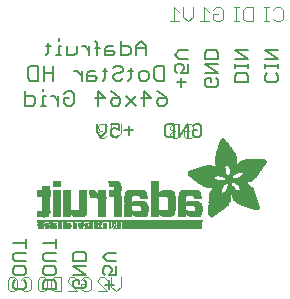
<source format=gbr>
G04 EAGLE Gerber RS-274X export*
G75*
%MOMM*%
%FSLAX34Y34*%
%LPD*%
%INSilkscreen Bottom*%
%IPPOS*%
%AMOC8*
5,1,8,0,0,1.08239X$1,22.5*%
G01*
%ADD10C,0.152400*%
%ADD11C,0.177800*%
%ADD12C,0.101600*%
%ADD13R,6.839700X0.016800*%
%ADD14R,0.268300X0.016800*%
%ADD15R,0.268200X0.016800*%
%ADD16R,0.251500X0.016800*%
%ADD17R,0.301800X0.016800*%
%ADD18R,0.251400X0.016800*%
%ADD19R,0.285000X0.016800*%
%ADD20R,0.301700X0.016800*%
%ADD21R,0.419100X0.016800*%
%ADD22R,0.318500X0.016800*%
%ADD23R,0.586700X0.016800*%
%ADD24R,0.586800X0.016800*%
%ADD25R,6.839700X0.016700*%
%ADD26R,0.268300X0.016700*%
%ADD27R,0.251400X0.016700*%
%ADD28R,0.251500X0.016700*%
%ADD29R,0.301800X0.016700*%
%ADD30R,0.285000X0.016700*%
%ADD31R,0.301700X0.016700*%
%ADD32R,0.419100X0.016700*%
%ADD33R,0.318500X0.016700*%
%ADD34R,0.586700X0.016700*%
%ADD35R,0.586800X0.016700*%
%ADD36R,0.318600X0.016800*%
%ADD37R,0.569900X0.016800*%
%ADD38R,0.335300X0.016800*%
%ADD39R,0.234700X0.016800*%
%ADD40R,0.234700X0.016700*%
%ADD41R,0.016700X0.016700*%
%ADD42R,0.318600X0.016700*%
%ADD43R,0.569900X0.016700*%
%ADD44R,0.335300X0.016700*%
%ADD45R,0.217900X0.016800*%
%ADD46R,0.033500X0.016800*%
%ADD47R,0.570000X0.016800*%
%ADD48R,0.201100X0.016700*%
%ADD49R,0.050300X0.016700*%
%ADD50R,0.670500X0.016700*%
%ADD51R,1.005800X0.016700*%
%ADD52R,0.570000X0.016700*%
%ADD53R,0.201100X0.016800*%
%ADD54R,0.067000X0.016800*%
%ADD55R,0.670500X0.016800*%
%ADD56R,1.005800X0.016800*%
%ADD57R,0.184400X0.016800*%
%ADD58R,0.989000X0.016800*%
%ADD59R,0.184400X0.016700*%
%ADD60R,0.067000X0.016700*%
%ADD61R,0.989000X0.016700*%
%ADD62R,0.167600X0.016800*%
%ADD63R,0.083800X0.016800*%
%ADD64R,0.637000X0.016800*%
%ADD65R,0.955500X0.016800*%
%ADD66R,0.150800X0.016800*%
%ADD67R,0.100600X0.016800*%
%ADD68R,0.536400X0.016800*%
%ADD69R,0.854900X0.016800*%
%ADD70R,0.150800X0.016700*%
%ADD71R,0.100600X0.016700*%
%ADD72R,0.352000X0.016700*%
%ADD73R,0.435900X0.016700*%
%ADD74R,0.402400X0.016700*%
%ADD75R,0.368800X0.016700*%
%ADD76R,0.134100X0.016800*%
%ADD77R,0.117300X0.016800*%
%ADD78R,0.435900X0.016800*%
%ADD79R,0.368900X0.016800*%
%ADD80R,0.603500X0.016800*%
%ADD81R,0.134100X0.016700*%
%ADD82R,0.117300X0.016700*%
%ADD83R,0.452600X0.016700*%
%ADD84R,0.620300X0.016700*%
%ADD85R,0.284900X0.016800*%
%ADD86R,0.486200X0.016800*%
%ADD87R,0.653800X0.016800*%
%ADD88R,0.804700X0.016800*%
%ADD89R,0.150900X0.016700*%
%ADD90R,0.268200X0.016700*%
%ADD91R,0.737600X0.016700*%
%ADD92R,0.603500X0.016700*%
%ADD93R,0.922000X0.016700*%
%ADD94R,0.150900X0.016800*%
%ADD95R,0.821400X0.016800*%
%ADD96R,0.972300X0.016800*%
%ADD97R,0.989100X0.016800*%
%ADD98R,0.083800X0.016700*%
%ADD99R,0.167600X0.016700*%
%ADD100R,0.821400X0.016700*%
%ADD101R,0.989100X0.016700*%
%ADD102R,0.201200X0.016700*%
%ADD103R,0.050300X0.016800*%
%ADD104R,0.201200X0.016800*%
%ADD105R,0.217900X0.016700*%
%ADD106R,0.284900X0.016700*%
%ADD107R,0.352100X0.016800*%
%ADD108R,0.620300X0.016800*%
%ADD109R,0.385600X0.016800*%
%ADD110R,0.335200X0.016800*%
%ADD111R,0.385600X0.016700*%
%ADD112R,0.687400X0.016700*%
%ADD113R,13.998000X0.016800*%
%ADD114R,13.998000X0.016700*%
%ADD115R,0.637000X0.016700*%
%ADD116R,0.486100X0.016700*%
%ADD117R,0.637100X0.016700*%
%ADD118R,0.519700X0.016700*%
%ADD119R,0.536500X0.016700*%
%ADD120R,0.787900X0.016800*%
%ADD121R,0.687400X0.016800*%
%ADD122R,0.771200X0.016800*%
%ADD123R,0.637100X0.016800*%
%ADD124R,0.720800X0.016800*%
%ADD125R,0.704100X0.016800*%
%ADD126R,0.754400X0.016800*%
%ADD127R,0.838200X0.016700*%
%ADD128R,0.871800X0.016700*%
%ADD129R,0.871700X0.016700*%
%ADD130R,0.402400X0.016800*%
%ADD131R,0.922100X0.016800*%
%ADD132R,0.938800X0.016800*%
%ADD133R,0.938800X0.016700*%
%ADD134R,1.022600X0.016700*%
%ADD135R,0.972400X0.016700*%
%ADD136R,0.972300X0.016700*%
%ADD137R,0.469400X0.016800*%
%ADD138R,1.072900X0.016800*%
%ADD139R,1.022600X0.016800*%
%ADD140R,1.005900X0.016800*%
%ADD141R,0.502900X0.016800*%
%ADD142R,1.123200X0.016800*%
%ADD143R,1.056200X0.016800*%
%ADD144R,1.123100X0.016800*%
%ADD145R,1.139900X0.016700*%
%ADD146R,1.089600X0.016700*%
%ADD147R,0.553200X0.016800*%
%ADD148R,1.190200X0.016800*%
%ADD149R,1.190300X0.016800*%
%ADD150R,1.039400X0.016800*%
%ADD151R,1.223700X0.016800*%
%ADD152R,1.173500X0.016800*%
%ADD153R,1.223800X0.016800*%
%ADD154R,1.240500X0.016700*%
%ADD155R,1.173500X0.016700*%
%ADD156R,1.240600X0.016700*%
%ADD157R,1.190300X0.016700*%
%ADD158R,1.056200X0.016700*%
%ADD159R,1.274100X0.016800*%
%ADD160R,1.274000X0.016800*%
%ADD161R,1.307600X0.016800*%
%ADD162R,1.257300X0.016800*%
%ADD163R,1.324400X0.016800*%
%ADD164R,0.687300X0.016700*%
%ADD165R,1.324400X0.016700*%
%ADD166R,1.307500X0.016700*%
%ADD167R,1.274100X0.016700*%
%ADD168R,1.072900X0.016700*%
%ADD169R,2.011600X0.016800*%
%ADD170R,1.324300X0.016800*%
%ADD171R,1.978100X0.016800*%
%ADD172R,2.011600X0.016700*%
%ADD173R,1.357900X0.016700*%
%ADD174R,1.994900X0.016700*%
%ADD175R,1.341200X0.016700*%
%ADD176R,1.089700X0.016700*%
%ADD177R,0.754300X0.016800*%
%ADD178R,1.994900X0.016800*%
%ADD179R,1.995000X0.016800*%
%ADD180R,1.089700X0.016800*%
%ADD181R,0.787900X0.016700*%
%ADD182R,1.995000X0.016700*%
%ADD183R,2.028400X0.016800*%
%ADD184R,2.011700X0.016800*%
%ADD185R,1.106500X0.016800*%
%ADD186R,2.028400X0.016700*%
%ADD187R,2.011700X0.016700*%
%ADD188R,1.106500X0.016700*%
%ADD189R,0.888400X0.016800*%
%ADD190R,0.922000X0.016800*%
%ADD191R,0.938700X0.016700*%
%ADD192R,2.045200X0.016800*%
%ADD193R,0.938700X0.016800*%
%ADD194R,0.670600X0.016700*%
%ADD195R,0.888500X0.016700*%
%ADD196R,2.045200X0.016700*%
%ADD197R,0.888400X0.016700*%
%ADD198R,0.804600X0.016800*%
%ADD199R,2.028500X0.016800*%
%ADD200R,1.056100X0.016700*%
%ADD201R,0.771100X0.016700*%
%ADD202R,0.754300X0.016700*%
%ADD203R,2.028500X0.016700*%
%ADD204R,0.737700X0.016700*%
%ADD205R,1.072800X0.016800*%
%ADD206R,0.871700X0.016800*%
%ADD207R,0.737600X0.016800*%
%ADD208R,0.871800X0.016800*%
%ADD209R,1.089600X0.016800*%
%ADD210R,0.704000X0.016800*%
%ADD211R,0.687300X0.016800*%
%ADD212R,0.670600X0.016800*%
%ADD213R,1.123100X0.016700*%
%ADD214R,0.720800X0.016700*%
%ADD215R,0.653700X0.016700*%
%ADD216R,0.653800X0.016700*%
%ADD217R,1.139900X0.016800*%
%ADD218R,1.173400X0.016800*%
%ADD219R,1.190200X0.016700*%
%ADD220R,1.207000X0.016800*%
%ADD221R,1.240500X0.016800*%
%ADD222R,0.469400X0.016700*%
%ADD223R,1.274000X0.016700*%
%ADD224R,0.519600X0.016800*%
%ADD225R,1.341100X0.016800*%
%ADD226R,0.771200X0.016700*%
%ADD227R,1.374600X0.016700*%
%ADD228R,0.838200X0.016800*%
%ADD229R,1.391400X0.016800*%
%ADD230R,1.424900X0.016800*%
%ADD231R,1.441700X0.016700*%
%ADD232R,1.475200X0.016800*%
%ADD233R,1.491900X0.016700*%
%ADD234R,1.525500X0.016800*%
%ADD235R,1.559000X0.016700*%
%ADD236R,1.575800X0.016800*%
%ADD237R,1.307600X0.016700*%
%ADD238R,1.592500X0.016700*%
%ADD239R,1.374700X0.016800*%
%ADD240R,1.609300X0.016800*%
%ADD241R,1.408200X0.016800*%
%ADD242R,1.626100X0.016800*%
%ADD243R,1.626100X0.016700*%
%ADD244R,1.508800X0.016800*%
%ADD245R,1.659600X0.016800*%
%ADD246R,1.559000X0.016800*%
%ADD247R,1.676400X0.016800*%
%ADD248R,1.575800X0.016700*%
%ADD249R,1.676400X0.016700*%
%ADD250R,1.978100X0.016700*%
%ADD251R,1.693100X0.016800*%
%ADD252R,1.642800X0.016800*%
%ADD253R,1.709900X0.016800*%
%ADD254R,1.961300X0.016800*%
%ADD255R,1.726600X0.016700*%
%ADD256R,1.961300X0.016700*%
%ADD257R,1.693200X0.016800*%
%ADD258R,1.726600X0.016800*%
%ADD259R,1.944600X0.016800*%
%ADD260R,1.726700X0.016700*%
%ADD261R,1.743400X0.016700*%
%ADD262R,1.944600X0.016700*%
%ADD263R,1.726700X0.016800*%
%ADD264R,1.760200X0.016800*%
%ADD265R,1.927800X0.016800*%
%ADD266R,1.911000X0.016800*%
%ADD267R,1.793700X0.016700*%
%ADD268R,1.776900X0.016700*%
%ADD269R,1.911100X0.016700*%
%ADD270R,1.894300X0.016700*%
%ADD271R,1.793800X0.016800*%
%ADD272R,1.776900X0.016800*%
%ADD273R,1.911100X0.016800*%
%ADD274R,1.894300X0.016800*%
%ADD275R,1.827300X0.016800*%
%ADD276R,1.810500X0.016800*%
%ADD277R,1.877500X0.016800*%
%ADD278R,1.844100X0.016700*%
%ADD279R,1.810500X0.016700*%
%ADD280R,1.860800X0.016700*%
%ADD281R,1.844000X0.016700*%
%ADD282R,1.860900X0.016800*%
%ADD283R,1.844000X0.016800*%
%ADD284R,1.827200X0.016800*%
%ADD285R,1.860800X0.016800*%
%ADD286R,1.793700X0.016800*%
%ADD287R,1.877600X0.016700*%
%ADD288R,1.827200X0.016700*%
%ADD289R,1.927800X0.016700*%
%ADD290R,1.927900X0.016800*%
%ADD291R,1.944700X0.016700*%
%ADD292R,1.877500X0.016700*%
%ADD293R,1.961400X0.016800*%
%ADD294R,1.961400X0.016700*%
%ADD295R,1.978200X0.016800*%
%ADD296R,1.911000X0.016700*%
%ADD297R,0.620200X0.016800*%
%ADD298R,1.425000X0.016800*%
%ADD299R,0.620200X0.016700*%
%ADD300R,1.425000X0.016700*%
%ADD301R,0.653700X0.016800*%
%ADD302R,0.704100X0.016700*%
%ADD303R,0.804700X0.016700*%
%ADD304R,0.905200X0.016800*%
%ADD305R,1.894400X0.016800*%
%ADD306R,1.927900X0.016700*%
%ADD307R,1.877600X0.016800*%
%ADD308R,3.889300X0.016800*%
%ADD309R,3.872500X0.016700*%
%ADD310R,3.872500X0.016800*%
%ADD311R,3.855700X0.016700*%
%ADD312R,0.754400X0.016700*%
%ADD313R,3.855700X0.016800*%
%ADD314R,3.839000X0.016800*%
%ADD315R,0.720900X0.016800*%
%ADD316R,3.822200X0.016700*%
%ADD317R,2.715700X0.016800*%
%ADD318R,2.632000X0.016800*%
%ADD319R,1.290800X0.016800*%
%ADD320R,2.615200X0.016700*%
%ADD321R,1.257300X0.016700*%
%ADD322R,2.581700X0.016800*%
%ADD323R,1.240600X0.016800*%
%ADD324R,2.564900X0.016800*%
%ADD325R,1.760300X0.016800*%
%ADD326R,2.531400X0.016700*%
%ADD327R,1.156700X0.016700*%
%ADD328R,2.514600X0.016800*%
%ADD329R,0.955600X0.016800*%
%ADD330R,2.497800X0.016800*%
%ADD331R,1.659700X0.016800*%
%ADD332R,2.464300X0.016700*%
%ADD333R,1.039300X0.016700*%
%ADD334R,2.447500X0.016800*%
%ADD335R,1.592500X0.016800*%
%ADD336R,0.536500X0.016800*%
%ADD337R,2.430800X0.016700*%
%ADD338R,1.559100X0.016700*%
%ADD339R,1.542300X0.016700*%
%ADD340R,0.502900X0.016700*%
%ADD341R,2.414000X0.016800*%
%ADD342R,0.905300X0.016800*%
%ADD343R,1.508700X0.016800*%
%ADD344R,0.888500X0.016800*%
%ADD345R,2.397300X0.016800*%
%ADD346R,1.441700X0.016800*%
%ADD347R,0.452700X0.016800*%
%ADD348R,1.290900X0.016700*%
%ADD349R,1.156700X0.016800*%
%ADD350R,0.855000X0.016800*%
%ADD351R,1.123200X0.016700*%
%ADD352R,0.720900X0.016700*%
%ADD353R,1.106400X0.016800*%
%ADD354R,1.106400X0.016700*%
%ADD355R,0.771100X0.016800*%
%ADD356R,0.435800X0.016700*%
%ADD357R,1.592600X0.016700*%
%ADD358R,0.435800X0.016800*%
%ADD359R,1.642900X0.016800*%
%ADD360R,0.402300X0.016800*%
%ADD361R,1.793800X0.016700*%
%ADD362R,0.368800X0.016800*%
%ADD363R,1.056100X0.016800*%
%ADD364R,1.039400X0.016700*%
%ADD365R,2.078800X0.016800*%
%ADD366R,0.335200X0.016700*%
%ADD367R,2.145800X0.016700*%
%ADD368R,2.162600X0.016800*%
%ADD369R,0.352000X0.016800*%
%ADD370R,2.212800X0.016800*%
%ADD371R,2.279900X0.016700*%
%ADD372R,2.330200X0.016800*%
%ADD373R,2.799500X0.016800*%
%ADD374R,2.816300X0.016700*%
%ADD375R,0.955500X0.016700*%
%ADD376R,2.849900X0.016800*%
%ADD377R,2.916900X0.016800*%
%ADD378R,4.224500X0.016700*%
%ADD379R,4.291600X0.016800*%
%ADD380R,4.409000X0.016800*%
%ADD381R,4.509500X0.016700*%
%ADD382R,4.526300X0.016800*%
%ADD383R,4.626800X0.016700*%
%ADD384R,4.693900X0.016800*%
%ADD385R,4.727400X0.016800*%
%ADD386R,2.548200X0.016700*%
%ADD387R,2.179300X0.016700*%
%ADD388R,2.430800X0.016800*%
%ADD389R,2.414000X0.016700*%
%ADD390R,2.414100X0.016800*%
%ADD391R,2.430700X0.016700*%
%ADD392R,2.447600X0.016700*%
%ADD393R,1.559100X0.016800*%
%ADD394R,1.525500X0.016700*%
%ADD395R,1.492000X0.016800*%
%ADD396R,1.491900X0.016800*%
%ADD397R,1.458500X0.016700*%
%ADD398R,2.061900X0.016800*%
%ADD399R,1.408100X0.016700*%
%ADD400R,0.905200X0.016700*%
%ADD401R,2.112300X0.016700*%
%ADD402R,2.179300X0.016800*%
%ADD403R,1.408200X0.016700*%
%ADD404R,2.212900X0.016700*%
%ADD405R,1.140000X0.016800*%
%ADD406R,3.319300X0.016800*%
%ADD407R,1.374700X0.016700*%
%ADD408R,0.402300X0.016700*%
%ADD409R,3.302500X0.016700*%
%ADD410R,3.285700X0.016800*%
%ADD411R,1.357900X0.016800*%
%ADD412R,3.269000X0.016800*%
%ADD413R,3.285800X0.016700*%
%ADD414R,3.268900X0.016800*%
%ADD415R,0.452700X0.016700*%
%ADD416R,3.268900X0.016700*%
%ADD417R,1.391400X0.016700*%
%ADD418R,3.269000X0.016700*%
%ADD419R,1.374600X0.016800*%
%ADD420R,0.519700X0.016800*%
%ADD421R,3.252200X0.016800*%
%ADD422R,3.235400X0.016800*%
%ADD423R,3.235400X0.016700*%
%ADD424R,3.218600X0.016800*%
%ADD425R,3.201900X0.016800*%
%ADD426R,3.201900X0.016700*%
%ADD427R,1.458500X0.016800*%
%ADD428R,1.525600X0.016800*%
%ADD429R,3.185100X0.016800*%
%ADD430R,2.531300X0.016700*%
%ADD431R,3.168400X0.016700*%
%ADD432R,2.531300X0.016800*%
%ADD433R,3.151600X0.016800*%
%ADD434R,2.548100X0.016800*%
%ADD435R,3.134900X0.016800*%
%ADD436R,2.564900X0.016700*%
%ADD437R,3.118100X0.016700*%
%ADD438R,2.581600X0.016800*%
%ADD439R,3.101400X0.016800*%
%ADD440R,2.598400X0.016700*%
%ADD441R,3.067900X0.016700*%
%ADD442R,2.598400X0.016800*%
%ADD443R,3.034300X0.016800*%
%ADD444R,2.615100X0.016800*%
%ADD445R,3.000800X0.016800*%
%ADD446R,2.631900X0.016700*%
%ADD447R,2.950500X0.016700*%
%ADD448R,2.648700X0.016800*%
%ADD449R,2.900200X0.016800*%
%ADD450R,2.665500X0.016800*%
%ADD451R,2.682200X0.016700*%
%ADD452R,2.799600X0.016700*%
%ADD453R,2.699000X0.016800*%
%ADD454R,2.732500X0.016800*%
%ADD455R,2.749300X0.016700*%
%ADD456R,2.632000X0.016700*%
%ADD457R,2.749300X0.016800*%
%ADD458R,2.766100X0.016700*%
%ADD459R,2.766100X0.016800*%
%ADD460R,2.481100X0.016800*%
%ADD461R,2.782900X0.016800*%
%ADD462R,2.380500X0.016700*%
%ADD463R,2.833100X0.016800*%
%ADD464R,1.592600X0.016800*%
%ADD465R,2.849900X0.016700*%
%ADD466R,2.883400X0.016800*%
%ADD467R,2.917000X0.016700*%
%ADD468R,2.933700X0.016800*%
%ADD469R,2.967200X0.016800*%
%ADD470R,2.967200X0.016700*%
%ADD471R,3.017500X0.016700*%
%ADD472R,3.051000X0.016800*%
%ADD473R,0.788000X0.016800*%
%ADD474R,3.084600X0.016800*%
%ADD475R,2.397300X0.016700*%
%ADD476R,2.397200X0.016800*%
%ADD477R,1.760200X0.016700*%
%ADD478R,2.397200X0.016700*%
%ADD479R,1.827300X0.016700*%
%ADD480R,2.380500X0.016800*%
%ADD481R,2.363700X0.016800*%
%ADD482R,2.363700X0.016700*%
%ADD483R,2.346900X0.016800*%
%ADD484R,2.296600X0.016700*%
%ADD485R,2.279900X0.016800*%
%ADD486R,2.246300X0.016800*%
%ADD487R,2.229600X0.016700*%
%ADD488R,2.129100X0.016800*%
%ADD489R,2.112300X0.016800*%
%ADD490R,1.609300X0.016700*%
%ADD491R,1.743400X0.016800*%
%ADD492R,1.693100X0.016700*%
%ADD493R,1.659700X0.016700*%
%ADD494R,1.575900X0.016800*%
%ADD495R,1.575900X0.016700*%
%ADD496R,1.475200X0.016700*%
%ADD497R,1.324300X0.016700*%
%ADD498R,1.290800X0.016700*%
%ADD499R,1.207000X0.016700*%
%ADD500R,0.854900X0.016700*%
%ADD501R,0.821500X0.016700*%
%ADD502R,0.821500X0.016800*%
%ADD503R,0.218000X0.016800*%


D10*
X237413Y208175D02*
X239278Y206311D01*
X239278Y202582D01*
X237413Y200718D01*
X229956Y200718D01*
X228092Y202582D01*
X228092Y206311D01*
X229956Y208175D01*
X228092Y212412D02*
X228092Y216141D01*
X228092Y214276D02*
X239278Y214276D01*
X239278Y212412D02*
X239278Y216141D01*
X239278Y220208D02*
X228092Y220208D01*
X228092Y227665D02*
X239278Y220208D01*
X239278Y227665D02*
X228092Y227665D01*
X213878Y200718D02*
X202692Y200718D01*
X202692Y206311D01*
X204556Y208175D01*
X212013Y208175D01*
X213878Y206311D01*
X213878Y200718D01*
X202692Y212412D02*
X202692Y216141D01*
X202692Y214276D02*
X213878Y214276D01*
X213878Y212412D02*
X213878Y216141D01*
X213878Y220208D02*
X202692Y220208D01*
X202692Y227665D02*
X213878Y220208D01*
X213878Y227665D02*
X202692Y227665D01*
X186613Y204277D02*
X188478Y202413D01*
X188478Y198684D01*
X186613Y196820D01*
X179156Y196820D01*
X177292Y198684D01*
X177292Y202413D01*
X179156Y204277D01*
X182885Y204277D01*
X182885Y200549D01*
X177292Y208514D02*
X188478Y208514D01*
X177292Y215971D01*
X188478Y215971D01*
X188478Y220208D02*
X177292Y220208D01*
X177292Y225801D01*
X179156Y227665D01*
X186613Y227665D01*
X188478Y225801D01*
X188478Y220208D01*
X157485Y204277D02*
X157485Y196820D01*
X161213Y200549D02*
X153756Y200549D01*
X163078Y208514D02*
X163078Y215971D01*
X163078Y208514D02*
X157485Y208514D01*
X159349Y212243D01*
X159349Y214107D01*
X157485Y215971D01*
X153756Y215971D01*
X151892Y214107D01*
X151892Y210378D01*
X153756Y208514D01*
X155621Y220208D02*
X163078Y220208D01*
X155621Y220208D02*
X151892Y223936D01*
X155621Y227665D01*
X163078Y227665D01*
X96525Y32984D02*
X96525Y25527D01*
X100253Y29256D02*
X92796Y29256D01*
X102118Y37221D02*
X102118Y44678D01*
X102118Y37221D02*
X96525Y37221D01*
X98389Y40949D01*
X98389Y42814D01*
X96525Y44678D01*
X92796Y44678D01*
X90932Y42814D01*
X90932Y39085D01*
X92796Y37221D01*
X94661Y48915D02*
X102118Y48915D01*
X94661Y48915D02*
X90932Y52643D01*
X94661Y56372D01*
X102118Y56372D01*
X76718Y31755D02*
X74853Y33619D01*
X76718Y31755D02*
X76718Y28026D01*
X74853Y26162D01*
X67396Y26162D01*
X65532Y28026D01*
X65532Y31755D01*
X67396Y33619D01*
X71125Y33619D01*
X71125Y29891D01*
X65532Y37856D02*
X76718Y37856D01*
X65532Y45313D01*
X76718Y45313D01*
X76718Y49550D02*
X65532Y49550D01*
X65532Y55143D01*
X67396Y57007D01*
X74853Y57007D01*
X76718Y55143D01*
X76718Y49550D01*
X51318Y25527D02*
X40132Y25527D01*
X40132Y31120D01*
X41996Y32984D01*
X49453Y32984D01*
X51318Y31120D01*
X51318Y25527D01*
X51318Y39085D02*
X51318Y42814D01*
X51318Y39085D02*
X49453Y37221D01*
X41996Y37221D01*
X40132Y39085D01*
X40132Y42814D01*
X41996Y44678D01*
X49453Y44678D01*
X51318Y42814D01*
X51318Y48915D02*
X41996Y48915D01*
X40132Y50779D01*
X40132Y54508D01*
X41996Y56372D01*
X51318Y56372D01*
X51318Y64337D02*
X40132Y64337D01*
X51318Y60609D02*
X51318Y68066D01*
X24053Y32984D02*
X25918Y31120D01*
X25918Y27391D01*
X24053Y25527D01*
X16596Y25527D01*
X14732Y27391D01*
X14732Y31120D01*
X16596Y32984D01*
X25918Y39085D02*
X25918Y42814D01*
X25918Y39085D02*
X24053Y37221D01*
X16596Y37221D01*
X14732Y39085D01*
X14732Y42814D01*
X16596Y44678D01*
X24053Y44678D01*
X25918Y42814D01*
X25918Y48915D02*
X16596Y48915D01*
X14732Y50779D01*
X14732Y54508D01*
X16596Y56372D01*
X25918Y56372D01*
X25918Y64337D02*
X14732Y64337D01*
X25918Y60609D02*
X25918Y68066D01*
X109256Y160025D02*
X116713Y160025D01*
X112985Y163753D02*
X112985Y156296D01*
X105019Y165618D02*
X97562Y165618D01*
X105019Y165618D02*
X105019Y160025D01*
X101291Y161889D01*
X99426Y161889D01*
X97562Y160025D01*
X97562Y156296D01*
X99426Y154432D01*
X103155Y154432D01*
X105019Y156296D01*
X93325Y158161D02*
X93325Y165618D01*
X93325Y158161D02*
X89597Y154432D01*
X85868Y158161D01*
X85868Y165618D01*
X167041Y163753D02*
X168905Y165618D01*
X172634Y165618D01*
X174498Y163753D01*
X174498Y156296D01*
X172634Y154432D01*
X168905Y154432D01*
X167041Y156296D01*
X167041Y160025D01*
X170770Y160025D01*
X162804Y154432D02*
X162804Y165618D01*
X155347Y154432D01*
X155347Y165618D01*
X151110Y165618D02*
X151110Y154432D01*
X145517Y154432D01*
X143653Y156296D01*
X143653Y163753D01*
X145517Y165618D01*
X151110Y165618D01*
D11*
X127680Y223393D02*
X127680Y231697D01*
X123528Y235850D01*
X119376Y231697D01*
X119376Y223393D01*
X119376Y229621D02*
X127680Y229621D01*
X106278Y223393D02*
X106278Y235850D01*
X106278Y223393D02*
X112507Y223393D01*
X114583Y225469D01*
X114583Y229621D01*
X112507Y231697D01*
X106278Y231697D01*
X99409Y231697D02*
X95257Y231697D01*
X93181Y229621D01*
X93181Y223393D01*
X99409Y223393D01*
X101486Y225469D01*
X99409Y227545D01*
X93181Y227545D01*
X86312Y223393D02*
X86312Y233774D01*
X84236Y235850D01*
X84236Y229621D02*
X88388Y229621D01*
X79657Y231697D02*
X79657Y223393D01*
X79657Y227545D02*
X75505Y231697D01*
X73428Y231697D01*
X68742Y231697D02*
X68742Y225469D01*
X66666Y223393D01*
X60438Y223393D01*
X60438Y231697D01*
X55645Y231697D02*
X53569Y231697D01*
X53569Y223393D01*
X55645Y223393D02*
X51493Y223393D01*
X53569Y235850D02*
X53569Y237926D01*
X44838Y233774D02*
X44838Y225469D01*
X42761Y223393D01*
X42761Y231697D02*
X46914Y231697D01*
X142960Y214514D02*
X142960Y202057D01*
X136732Y202057D01*
X134656Y204133D01*
X134656Y212438D01*
X136732Y214514D01*
X142960Y214514D01*
X127787Y202057D02*
X123635Y202057D01*
X121559Y204133D01*
X121559Y208285D01*
X123635Y210361D01*
X127787Y210361D01*
X129863Y208285D01*
X129863Y204133D01*
X127787Y202057D01*
X114690Y204133D02*
X114690Y212438D01*
X114690Y204133D02*
X112613Y202057D01*
X112613Y210361D02*
X116766Y210361D01*
X101806Y214514D02*
X99730Y212438D01*
X101806Y214514D02*
X105958Y214514D01*
X108034Y212438D01*
X108034Y210361D01*
X105958Y208285D01*
X101806Y208285D01*
X99730Y206209D01*
X99730Y204133D01*
X101806Y202057D01*
X105958Y202057D01*
X108034Y204133D01*
X92861Y204133D02*
X92861Y212438D01*
X92861Y204133D02*
X90785Y202057D01*
X90785Y210361D02*
X94937Y210361D01*
X84129Y210361D02*
X79977Y210361D01*
X77901Y208285D01*
X77901Y202057D01*
X84129Y202057D01*
X86205Y204133D01*
X84129Y206209D01*
X77901Y206209D01*
X73108Y202057D02*
X73108Y210361D01*
X73108Y206209D02*
X68956Y210361D01*
X66880Y210361D01*
X49097Y214514D02*
X49097Y202057D01*
X49097Y208285D02*
X40792Y208285D01*
X40792Y202057D02*
X40792Y214514D01*
X35999Y214514D02*
X35999Y202057D01*
X29771Y202057D01*
X27695Y204133D01*
X27695Y212438D01*
X29771Y214514D01*
X35999Y214514D01*
X136839Y193178D02*
X140991Y191102D01*
X145143Y186949D01*
X145143Y182797D01*
X143067Y180721D01*
X138915Y180721D01*
X136839Y182797D01*
X136839Y184873D01*
X138915Y186949D01*
X145143Y186949D01*
X125817Y180721D02*
X125817Y193178D01*
X132046Y186949D01*
X123741Y186949D01*
X118949Y189025D02*
X110644Y180721D01*
X110644Y189025D02*
X118949Y180721D01*
X101699Y191102D02*
X97547Y193178D01*
X101699Y191102D02*
X105851Y186949D01*
X105851Y182797D01*
X103775Y180721D01*
X99623Y180721D01*
X97547Y182797D01*
X97547Y184873D01*
X99623Y186949D01*
X105851Y186949D01*
X86526Y180721D02*
X86526Y193178D01*
X92754Y186949D01*
X84450Y186949D01*
X60331Y193178D02*
X58255Y191102D01*
X60331Y193178D02*
X64483Y193178D01*
X66560Y191102D01*
X66560Y182797D01*
X64483Y180721D01*
X60331Y180721D01*
X58255Y182797D01*
X58255Y186949D01*
X62407Y186949D01*
X53462Y189025D02*
X53462Y180721D01*
X53462Y184873D02*
X49310Y189025D01*
X47234Y189025D01*
X42548Y189025D02*
X40472Y189025D01*
X40472Y180721D01*
X42548Y180721D02*
X38396Y180721D01*
X40472Y193178D02*
X40472Y195254D01*
X25512Y193178D02*
X25512Y180721D01*
X31740Y180721D01*
X33816Y182797D01*
X33816Y186949D01*
X31740Y189025D01*
X25512Y189025D01*
D12*
X217772Y252308D02*
X217772Y264002D01*
X217772Y252308D02*
X211925Y252308D01*
X209976Y254257D01*
X209976Y262053D01*
X211925Y264002D01*
X217772Y264002D01*
X206078Y252308D02*
X202180Y252308D01*
X204129Y252308D02*
X204129Y264002D01*
X206078Y264002D02*
X202180Y264002D01*
X235376Y262053D02*
X237325Y264002D01*
X241223Y264002D01*
X243172Y262053D01*
X243172Y254257D01*
X241223Y252308D01*
X237325Y252308D01*
X235376Y254257D01*
X231478Y252308D02*
X227580Y252308D01*
X229529Y252308D02*
X229529Y264002D01*
X231478Y264002D02*
X227580Y264002D01*
X166972Y264002D02*
X166972Y256206D01*
X163074Y252308D01*
X159176Y256206D01*
X159176Y264002D01*
X155278Y260104D02*
X151380Y264002D01*
X151380Y252308D01*
X155278Y252308D02*
X147482Y252308D01*
X184576Y262053D02*
X186525Y264002D01*
X190423Y264002D01*
X192372Y262053D01*
X192372Y254257D01*
X190423Y252308D01*
X186525Y252308D01*
X184576Y254257D01*
X184576Y258155D01*
X188474Y258155D01*
X180678Y260104D02*
X176780Y264002D01*
X176780Y252308D01*
X180678Y252308D02*
X172882Y252308D01*
X106012Y35402D02*
X106012Y27606D01*
X102114Y23708D01*
X98216Y27606D01*
X98216Y35402D01*
X94318Y23708D02*
X86522Y23708D01*
X94318Y23708D02*
X86522Y31504D01*
X86522Y33453D01*
X88471Y35402D01*
X92369Y35402D01*
X94318Y33453D01*
X74765Y35402D02*
X72816Y33453D01*
X74765Y35402D02*
X78663Y35402D01*
X80612Y33453D01*
X80612Y25657D01*
X78663Y23708D01*
X74765Y23708D01*
X72816Y25657D01*
X72816Y29555D01*
X76714Y29555D01*
X68918Y23708D02*
X61122Y23708D01*
X68918Y23708D02*
X61122Y31504D01*
X61122Y33453D01*
X63071Y35402D01*
X66969Y35402D01*
X68918Y33453D01*
X23965Y35402D02*
X22016Y33453D01*
X23965Y35402D02*
X27863Y35402D01*
X29812Y33453D01*
X29812Y25657D01*
X27863Y23708D01*
X23965Y23708D01*
X22016Y25657D01*
X16169Y35402D02*
X12271Y35402D01*
X16169Y35402D02*
X18118Y33453D01*
X18118Y25657D01*
X16169Y23708D01*
X12271Y23708D01*
X10322Y25657D01*
X10322Y33453D01*
X12271Y35402D01*
X55212Y35402D02*
X55212Y23708D01*
X49365Y23708D01*
X47416Y25657D01*
X47416Y33453D01*
X49365Y35402D01*
X55212Y35402D01*
X41569Y35402D02*
X37671Y35402D01*
X41569Y35402D02*
X43518Y33453D01*
X43518Y25657D01*
X41569Y23708D01*
X37671Y23708D01*
X35722Y25657D01*
X35722Y33453D01*
X37671Y35402D01*
X106012Y157781D02*
X106012Y165577D01*
X106012Y157781D02*
X102114Y153883D01*
X98216Y157781D01*
X98216Y165577D01*
X94318Y163628D02*
X92369Y165577D01*
X88471Y165577D01*
X86522Y163628D01*
X86522Y161679D01*
X88471Y159730D01*
X90420Y159730D01*
X88471Y159730D02*
X86522Y157781D01*
X86522Y155832D01*
X88471Y153883D01*
X92369Y153883D01*
X94318Y155832D01*
X159811Y162993D02*
X161760Y164942D01*
X165658Y164942D01*
X167607Y162993D01*
X167607Y155197D01*
X165658Y153248D01*
X161760Y153248D01*
X159811Y155197D01*
X159811Y159095D01*
X163709Y159095D01*
X155913Y162993D02*
X153964Y164942D01*
X150066Y164942D01*
X148117Y162993D01*
X148117Y161044D01*
X150066Y159095D01*
X152015Y159095D01*
X150066Y159095D02*
X148117Y157146D01*
X148117Y155197D01*
X150066Y153248D01*
X153964Y153248D01*
X155913Y155197D01*
D13*
X141202Y76200D03*
D14*
X104656Y76200D03*
D15*
X101135Y76200D03*
D16*
X96693Y76200D03*
D14*
X93089Y76200D03*
D17*
X89065Y76200D03*
D18*
X84958Y76200D03*
D19*
X81102Y76200D03*
D20*
X77163Y76200D03*
D21*
X72553Y76200D03*
X67356Y76200D03*
D22*
X62662Y76200D03*
D19*
X58638Y76200D03*
X54783Y76200D03*
D23*
X49251Y76200D03*
D20*
X43803Y76200D03*
D24*
X38354Y76200D03*
D25*
X141202Y76368D03*
D26*
X104656Y76368D03*
D27*
X101219Y76368D03*
D28*
X96693Y76368D03*
D29*
X92921Y76368D03*
D30*
X88981Y76368D03*
D31*
X85042Y76368D03*
D30*
X81102Y76368D03*
D31*
X77163Y76368D03*
D32*
X72553Y76368D03*
X67356Y76368D03*
D33*
X62662Y76368D03*
D30*
X58638Y76368D03*
X54783Y76368D03*
D34*
X49251Y76368D03*
D33*
X43887Y76368D03*
D35*
X38354Y76368D03*
D13*
X141202Y76535D03*
D14*
X104656Y76535D03*
D18*
X101219Y76535D03*
D16*
X96693Y76535D03*
D36*
X92837Y76535D03*
D14*
X88898Y76535D03*
D22*
X84958Y76535D03*
D19*
X81102Y76535D03*
D22*
X77247Y76535D03*
D21*
X72553Y76535D03*
X67356Y76535D03*
D22*
X62662Y76535D03*
D19*
X58638Y76535D03*
X54783Y76535D03*
D37*
X49335Y76535D03*
D38*
X43803Y76535D03*
D24*
X38354Y76535D03*
D13*
X141202Y76703D03*
D14*
X104656Y76703D03*
D39*
X101303Y76703D03*
D16*
X96693Y76703D03*
D36*
X92837Y76703D03*
D14*
X88898Y76703D03*
D22*
X84958Y76703D03*
D18*
X81102Y76703D03*
D22*
X77247Y76703D03*
D21*
X72553Y76703D03*
X67356Y76703D03*
D22*
X62662Y76703D03*
D19*
X58638Y76703D03*
X54783Y76703D03*
D37*
X49335Y76703D03*
D38*
X43803Y76703D03*
D24*
X38354Y76703D03*
D25*
X141202Y76871D03*
D26*
X104656Y76871D03*
D40*
X101303Y76871D03*
D41*
X99040Y76871D03*
D28*
X96693Y76871D03*
D42*
X92837Y76871D03*
D26*
X88898Y76871D03*
D33*
X84958Y76871D03*
D27*
X81102Y76871D03*
D33*
X77247Y76871D03*
D32*
X72553Y76871D03*
X67356Y76871D03*
D33*
X62662Y76871D03*
D30*
X58638Y76871D03*
X54783Y76871D03*
D43*
X49335Y76871D03*
D44*
X43803Y76871D03*
D35*
X38354Y76871D03*
D13*
X141202Y77038D03*
D14*
X104656Y77038D03*
D45*
X101387Y77038D03*
D46*
X99124Y77038D03*
D16*
X96693Y77038D03*
D36*
X92837Y77038D03*
D14*
X88898Y77038D03*
D22*
X84958Y77038D03*
D18*
X81102Y77038D03*
D22*
X77247Y77038D03*
D21*
X72553Y77038D03*
X67356Y77038D03*
D20*
X62746Y77038D03*
D19*
X58638Y77038D03*
X54783Y77038D03*
D37*
X49335Y77038D03*
D38*
X43803Y77038D03*
D47*
X38270Y77038D03*
D13*
X141202Y77206D03*
D14*
X104656Y77206D03*
D45*
X101387Y77206D03*
D46*
X99124Y77206D03*
D16*
X96693Y77206D03*
D36*
X92837Y77206D03*
D14*
X88898Y77206D03*
D22*
X84958Y77206D03*
D18*
X81102Y77206D03*
D22*
X77247Y77206D03*
D21*
X72553Y77206D03*
X67356Y77206D03*
D20*
X62746Y77206D03*
D19*
X58638Y77206D03*
X54783Y77206D03*
D37*
X49335Y77206D03*
D38*
X43803Y77206D03*
D47*
X38270Y77206D03*
D25*
X141202Y77374D03*
D26*
X104656Y77374D03*
D48*
X101471Y77374D03*
D49*
X99208Y77374D03*
D28*
X96693Y77374D03*
D42*
X92837Y77374D03*
D26*
X88898Y77374D03*
D33*
X84958Y77374D03*
D50*
X79007Y77374D03*
D32*
X72553Y77374D03*
X67356Y77374D03*
D31*
X62746Y77374D03*
D29*
X58722Y77374D03*
D30*
X54783Y77374D03*
D51*
X47155Y77374D03*
D52*
X38270Y77374D03*
D13*
X141202Y77541D03*
D14*
X104656Y77541D03*
D53*
X101471Y77541D03*
D54*
X99291Y77541D03*
D16*
X96693Y77541D03*
D36*
X92837Y77541D03*
D16*
X88814Y77541D03*
D22*
X84958Y77541D03*
D55*
X79007Y77541D03*
D21*
X72553Y77541D03*
X67356Y77541D03*
D20*
X62746Y77541D03*
D17*
X58722Y77541D03*
D19*
X54783Y77541D03*
D56*
X47155Y77541D03*
D24*
X38354Y77541D03*
D13*
X141202Y77709D03*
D14*
X104656Y77709D03*
D57*
X101554Y77709D03*
D54*
X99291Y77709D03*
D16*
X96693Y77709D03*
D38*
X92754Y77709D03*
D16*
X88814Y77709D03*
D22*
X84958Y77709D03*
D55*
X79007Y77709D03*
D21*
X72553Y77709D03*
X67356Y77709D03*
D20*
X62746Y77709D03*
D17*
X58722Y77709D03*
D19*
X54783Y77709D03*
D58*
X47239Y77709D03*
D24*
X38354Y77709D03*
D25*
X141202Y77877D03*
D26*
X104656Y77877D03*
D59*
X101554Y77877D03*
D60*
X99291Y77877D03*
D28*
X96693Y77877D03*
D44*
X92754Y77877D03*
D28*
X88814Y77877D03*
D33*
X84958Y77877D03*
D50*
X79007Y77877D03*
D32*
X72553Y77877D03*
X67356Y77877D03*
D30*
X62829Y77877D03*
D42*
X58806Y77877D03*
D30*
X54783Y77877D03*
D61*
X47239Y77877D03*
D35*
X38354Y77877D03*
D13*
X141202Y78044D03*
D14*
X104656Y78044D03*
D62*
X101638Y78044D03*
D63*
X99375Y78044D03*
D16*
X96693Y78044D03*
D38*
X92754Y78044D03*
D16*
X88814Y78044D03*
D22*
X84958Y78044D03*
D64*
X79174Y78044D03*
D21*
X72553Y78044D03*
X67356Y78044D03*
D36*
X58806Y78044D03*
D19*
X54783Y78044D03*
D65*
X47407Y78044D03*
D24*
X38354Y78044D03*
D13*
X141202Y78212D03*
D14*
X104656Y78212D03*
D66*
X101722Y78212D03*
D67*
X99459Y78212D03*
D16*
X96693Y78212D03*
D38*
X92754Y78212D03*
D16*
X88814Y78212D03*
D22*
X84958Y78212D03*
D68*
X79677Y78212D03*
D21*
X72553Y78212D03*
X67356Y78212D03*
D38*
X58890Y78212D03*
D19*
X54783Y78212D03*
D69*
X47910Y78212D03*
D24*
X38354Y78212D03*
D25*
X141202Y78380D03*
D26*
X104656Y78380D03*
D70*
X101722Y78380D03*
D71*
X99459Y78380D03*
D28*
X96693Y78380D03*
D44*
X92754Y78380D03*
D28*
X88814Y78380D03*
D33*
X84958Y78380D03*
D72*
X80599Y78380D03*
D73*
X72637Y78380D03*
D32*
X67356Y78380D03*
D74*
X59225Y78380D03*
D30*
X54783Y78380D03*
D75*
X47323Y78380D03*
D35*
X38354Y78380D03*
D13*
X141202Y78547D03*
D14*
X104656Y78547D03*
D76*
X101806Y78547D03*
D77*
X99543Y78547D03*
D16*
X96693Y78547D03*
D38*
X92754Y78547D03*
D16*
X88814Y78547D03*
D22*
X84958Y78547D03*
D20*
X80851Y78547D03*
D78*
X72637Y78547D03*
D21*
X67356Y78547D03*
D79*
X59058Y78547D03*
D19*
X54783Y78547D03*
D22*
X47575Y78547D03*
D80*
X38438Y78547D03*
D25*
X141202Y78715D03*
D26*
X104656Y78715D03*
D81*
X101806Y78715D03*
D82*
X99543Y78715D03*
D28*
X96693Y78715D03*
D44*
X92754Y78715D03*
D28*
X88814Y78715D03*
D33*
X84958Y78715D03*
D31*
X80851Y78715D03*
D83*
X72720Y78715D03*
D32*
X67356Y78715D03*
D44*
X58890Y78715D03*
D30*
X54783Y78715D03*
D33*
X47575Y78715D03*
D84*
X38522Y78715D03*
D13*
X141202Y78882D03*
D14*
X104656Y78882D03*
D77*
X101890Y78882D03*
X99543Y78882D03*
D16*
X96693Y78882D03*
D38*
X92754Y78882D03*
D16*
X88814Y78882D03*
D22*
X84958Y78882D03*
D85*
X80935Y78882D03*
D86*
X72888Y78882D03*
D21*
X67356Y78882D03*
D15*
X62913Y78882D03*
D36*
X58806Y78882D03*
D19*
X54783Y78882D03*
D17*
X47658Y78882D03*
D87*
X38689Y78882D03*
D13*
X141202Y79050D03*
D14*
X104656Y79050D03*
D77*
X101890Y79050D03*
D76*
X99627Y79050D03*
D16*
X96693Y79050D03*
D38*
X92754Y79050D03*
D16*
X88814Y79050D03*
D22*
X84958Y79050D03*
D15*
X81018Y79050D03*
D64*
X73642Y79050D03*
D21*
X67356Y79050D03*
D20*
X62746Y79050D03*
D17*
X58722Y79050D03*
D19*
X54783Y79050D03*
D17*
X47658Y79050D03*
D88*
X39444Y79050D03*
D25*
X141202Y79218D03*
D26*
X104656Y79218D03*
D71*
X101973Y79218D03*
D89*
X99711Y79218D03*
D28*
X96693Y79218D03*
D44*
X92754Y79218D03*
D28*
X88814Y79218D03*
D33*
X84958Y79218D03*
D90*
X81018Y79218D03*
D91*
X74145Y79218D03*
D32*
X67356Y79218D03*
D31*
X62746Y79218D03*
D29*
X58722Y79218D03*
D30*
X54783Y79218D03*
D92*
X49167Y79218D03*
D93*
X40030Y79218D03*
D13*
X141202Y79385D03*
D14*
X104656Y79385D03*
D67*
X101973Y79385D03*
D94*
X99711Y79385D03*
D16*
X96693Y79385D03*
D38*
X92754Y79385D03*
D16*
X88814Y79385D03*
D22*
X84958Y79385D03*
D15*
X81018Y79385D03*
D95*
X74564Y79385D03*
D21*
X67356Y79385D03*
D22*
X62662Y79385D03*
D19*
X58638Y79385D03*
X54783Y79385D03*
D23*
X49251Y79385D03*
D96*
X40282Y79385D03*
D13*
X141202Y79553D03*
D14*
X104656Y79553D03*
D63*
X102057Y79553D03*
D62*
X99794Y79553D03*
D16*
X96693Y79553D03*
D36*
X92837Y79553D03*
D16*
X88814Y79553D03*
D22*
X84958Y79553D03*
D15*
X81018Y79553D03*
D95*
X74564Y79553D03*
D21*
X67356Y79553D03*
D22*
X62662Y79553D03*
D19*
X58638Y79553D03*
X54783Y79553D03*
D23*
X49251Y79553D03*
D97*
X40366Y79553D03*
D25*
X141202Y79721D03*
D26*
X104656Y79721D03*
D98*
X102057Y79721D03*
D99*
X99794Y79721D03*
D28*
X96693Y79721D03*
D42*
X92837Y79721D03*
D28*
X88814Y79721D03*
D33*
X84958Y79721D03*
D90*
X81018Y79721D03*
D100*
X74564Y79721D03*
D32*
X67356Y79721D03*
D33*
X62662Y79721D03*
D30*
X58638Y79721D03*
X54783Y79721D03*
D34*
X49251Y79721D03*
D101*
X40366Y79721D03*
D13*
X141202Y79888D03*
D14*
X104656Y79888D03*
D54*
X102141Y79888D03*
D57*
X99878Y79888D03*
D16*
X96693Y79888D03*
D36*
X92837Y79888D03*
D14*
X88898Y79888D03*
D22*
X84958Y79888D03*
D15*
X81018Y79888D03*
D95*
X74564Y79888D03*
D21*
X67356Y79888D03*
D22*
X62662Y79888D03*
D19*
X58638Y79888D03*
X54783Y79888D03*
D23*
X49251Y79888D03*
D97*
X40366Y79888D03*
D13*
X141202Y80056D03*
D14*
X104656Y80056D03*
D54*
X102141Y80056D03*
D57*
X99878Y80056D03*
D16*
X96693Y80056D03*
D36*
X92837Y80056D03*
D14*
X88898Y80056D03*
D22*
X84958Y80056D03*
D15*
X81018Y80056D03*
D95*
X74564Y80056D03*
D21*
X67356Y80056D03*
D22*
X62662Y80056D03*
D19*
X58638Y80056D03*
X54783Y80056D03*
D23*
X49251Y80056D03*
D97*
X40366Y80056D03*
D25*
X141202Y80224D03*
D26*
X104656Y80224D03*
D49*
X102225Y80224D03*
D102*
X99962Y80224D03*
D28*
X96693Y80224D03*
D42*
X92837Y80224D03*
D26*
X88898Y80224D03*
D33*
X84958Y80224D03*
D90*
X81018Y80224D03*
D31*
X77163Y80224D03*
D73*
X72637Y80224D03*
D32*
X67356Y80224D03*
D33*
X62662Y80224D03*
D30*
X58638Y80224D03*
X54783Y80224D03*
D34*
X49251Y80224D03*
D31*
X43803Y80224D03*
D35*
X38354Y80224D03*
D13*
X141202Y80391D03*
D14*
X104656Y80391D03*
D103*
X102225Y80391D03*
D104*
X99962Y80391D03*
D16*
X96693Y80391D03*
D36*
X92837Y80391D03*
D14*
X88898Y80391D03*
D22*
X84958Y80391D03*
D15*
X81018Y80391D03*
D85*
X77247Y80391D03*
D78*
X72637Y80391D03*
D21*
X67356Y80391D03*
D22*
X62662Y80391D03*
D19*
X58638Y80391D03*
X54783Y80391D03*
D23*
X49251Y80391D03*
D20*
X43803Y80391D03*
D24*
X38354Y80391D03*
D25*
X141202Y80559D03*
D26*
X104656Y80559D03*
D49*
X102225Y80559D03*
D105*
X100046Y80559D03*
D28*
X96693Y80559D03*
D42*
X92837Y80559D03*
D26*
X88898Y80559D03*
D33*
X84958Y80559D03*
D90*
X81018Y80559D03*
D106*
X77247Y80559D03*
D73*
X72637Y80559D03*
D32*
X67356Y80559D03*
D33*
X62662Y80559D03*
D30*
X58638Y80559D03*
X54783Y80559D03*
D34*
X49251Y80559D03*
D31*
X43803Y80559D03*
D35*
X38354Y80559D03*
D13*
X141202Y80726D03*
D14*
X104656Y80726D03*
D39*
X100130Y80726D03*
D16*
X96693Y80726D03*
D36*
X92837Y80726D03*
D14*
X88898Y80726D03*
D22*
X84958Y80726D03*
D15*
X81018Y80726D03*
D85*
X77247Y80726D03*
D78*
X72637Y80726D03*
D21*
X67356Y80726D03*
D22*
X62662Y80726D03*
D19*
X58638Y80726D03*
X54783Y80726D03*
D23*
X49251Y80726D03*
D20*
X43803Y80726D03*
D24*
X38354Y80726D03*
D13*
X141202Y80894D03*
D14*
X104656Y80894D03*
D39*
X100130Y80894D03*
D16*
X96693Y80894D03*
D17*
X92921Y80894D03*
D19*
X88981Y80894D03*
D22*
X84958Y80894D03*
D15*
X81018Y80894D03*
D85*
X77247Y80894D03*
D78*
X72637Y80894D03*
D21*
X67356Y80894D03*
D20*
X62746Y80894D03*
D19*
X58638Y80894D03*
X54783Y80894D03*
D23*
X49251Y80894D03*
D20*
X43803Y80894D03*
D24*
X38354Y80894D03*
D25*
X141202Y81062D03*
D26*
X104656Y81062D03*
D40*
X100130Y81062D03*
D28*
X96693Y81062D03*
D30*
X93005Y81062D03*
X88981Y81062D03*
D33*
X84958Y81062D03*
D90*
X81018Y81062D03*
D106*
X77247Y81062D03*
D73*
X72637Y81062D03*
D32*
X67356Y81062D03*
D31*
X62746Y81062D03*
D30*
X58638Y81062D03*
X54783Y81062D03*
D92*
X49167Y81062D03*
D31*
X43803Y81062D03*
D35*
X38354Y81062D03*
D13*
X141202Y81229D03*
D14*
X104656Y81229D03*
D18*
X100213Y81229D03*
D16*
X96693Y81229D03*
D17*
X89065Y81229D03*
D22*
X84958Y81229D03*
D15*
X81018Y81229D03*
D104*
X73810Y81229D03*
X66266Y81229D03*
D17*
X58722Y81229D03*
D19*
X54783Y81229D03*
D16*
X47407Y81229D03*
D80*
X38438Y81229D03*
D13*
X141202Y81397D03*
D14*
X104656Y81397D03*
D15*
X100297Y81397D03*
D16*
X96693Y81397D03*
D17*
X89065Y81397D03*
D22*
X84958Y81397D03*
D85*
X80935Y81397D03*
D104*
X73810Y81397D03*
X66266Y81397D03*
D36*
X58806Y81397D03*
D19*
X54783Y81397D03*
D16*
X47407Y81397D03*
D80*
X38438Y81397D03*
D25*
X141202Y81565D03*
D26*
X104656Y81565D03*
D90*
X100297Y81565D03*
D28*
X96693Y81565D03*
D33*
X89149Y81565D03*
X84958Y81565D03*
D106*
X80935Y81565D03*
D105*
X73894Y81565D03*
D102*
X66266Y81565D03*
D42*
X58806Y81565D03*
D30*
X54783Y81565D03*
D28*
X47407Y81565D03*
D84*
X38522Y81565D03*
D13*
X141202Y81732D03*
D14*
X104656Y81732D03*
D19*
X100381Y81732D03*
D16*
X96693Y81732D03*
D107*
X89317Y81732D03*
D22*
X84958Y81732D03*
D20*
X80851Y81732D03*
D39*
X73978Y81732D03*
D104*
X66266Y81732D03*
D38*
X58890Y81732D03*
D19*
X54783Y81732D03*
D15*
X47323Y81732D03*
D108*
X38522Y81732D03*
D13*
X141202Y81900D03*
D14*
X104656Y81900D03*
D19*
X100381Y81900D03*
D16*
X96693Y81900D03*
D109*
X89484Y81900D03*
D22*
X84958Y81900D03*
D110*
X80683Y81900D03*
D16*
X74062Y81900D03*
D104*
X66266Y81900D03*
D107*
X58974Y81900D03*
D19*
X54783Y81900D03*
D17*
X47155Y81900D03*
D87*
X38689Y81900D03*
D25*
X141202Y82068D03*
D26*
X104656Y82068D03*
D31*
X100465Y82068D03*
D28*
X96693Y82068D03*
D73*
X89736Y82068D03*
D33*
X84958Y82068D03*
D75*
X80515Y82068D03*
D30*
X74229Y82068D03*
D102*
X66266Y82068D03*
D111*
X59141Y82068D03*
D30*
X54783Y82068D03*
D44*
X46988Y82068D03*
D112*
X38857Y82068D03*
D113*
X105410Y82235D03*
X105410Y82403D03*
D114*
X105410Y82571D03*
D113*
X105410Y82738D03*
D114*
X105410Y82906D03*
D113*
X105410Y83073D03*
D103*
X183195Y86091D03*
D104*
X41288Y86091D03*
D102*
X183111Y86259D03*
D35*
X168778Y86259D03*
D115*
X158133Y86259D03*
D116*
X145309Y86259D03*
D84*
X135083Y86259D03*
D35*
X123012Y86259D03*
D115*
X112535Y86259D03*
D117*
X103818Y86259D03*
X90742Y86259D03*
D118*
X70877Y86259D03*
D117*
X60399Y86259D03*
D115*
X51849Y86259D03*
D119*
X40953Y86259D03*
D15*
X183111Y86426D03*
D120*
X168778Y86426D03*
D64*
X158133Y86426D03*
D121*
X145476Y86426D03*
D108*
X135083Y86426D03*
D122*
X123096Y86426D03*
D64*
X112535Y86426D03*
D123*
X103818Y86426D03*
X90742Y86426D03*
D124*
X70876Y86426D03*
D123*
X60399Y86426D03*
D64*
X51849Y86426D03*
D125*
X40618Y86426D03*
D17*
X183111Y86594D03*
D95*
X168778Y86594D03*
D64*
X158133Y86594D03*
D126*
X145476Y86594D03*
D108*
X135083Y86594D03*
D95*
X123012Y86594D03*
D64*
X112535Y86594D03*
D123*
X103818Y86594D03*
X90742Y86594D03*
D122*
X70960Y86594D03*
D123*
X60399Y86594D03*
D64*
X51849Y86594D03*
D122*
X40617Y86594D03*
D72*
X183195Y86762D03*
D93*
X168778Y86762D03*
D115*
X158133Y86762D03*
D127*
X145560Y86762D03*
D84*
X135083Y86762D03*
D93*
X123012Y86762D03*
D115*
X112535Y86762D03*
D117*
X103818Y86762D03*
X90742Y86762D03*
D128*
X70960Y86762D03*
D117*
X60399Y86762D03*
D115*
X51849Y86762D03*
D129*
X40450Y86762D03*
D130*
X183111Y86929D03*
D58*
X168778Y86929D03*
D64*
X158133Y86929D03*
D131*
X145644Y86929D03*
D108*
X135083Y86929D03*
D97*
X123013Y86929D03*
D64*
X112535Y86929D03*
D123*
X103818Y86929D03*
X90742Y86929D03*
D132*
X70960Y86929D03*
D123*
X60399Y86929D03*
D64*
X51849Y86929D03*
D96*
X40282Y86929D03*
D73*
X183279Y87097D03*
D51*
X168694Y87097D03*
D115*
X158133Y87097D03*
D133*
X145560Y87097D03*
D84*
X135083Y87097D03*
D134*
X123012Y87097D03*
D115*
X112535Y87097D03*
D117*
X103818Y87097D03*
X90742Y87097D03*
D135*
X70960Y87097D03*
D117*
X60399Y87097D03*
D115*
X51849Y87097D03*
D136*
X40282Y87097D03*
D137*
X183279Y87264D03*
D138*
X168695Y87264D03*
D64*
X158133Y87264D03*
D56*
X145560Y87264D03*
D108*
X135083Y87264D03*
D138*
X122929Y87264D03*
D64*
X112535Y87264D03*
D123*
X103818Y87264D03*
X90742Y87264D03*
D139*
X70876Y87264D03*
D123*
X60399Y87264D03*
D64*
X51849Y87264D03*
D140*
X40450Y87264D03*
D141*
X183447Y87432D03*
D142*
X168610Y87432D03*
D64*
X158133Y87432D03*
D143*
X145476Y87432D03*
D108*
X135083Y87432D03*
D144*
X122845Y87432D03*
D64*
X112535Y87432D03*
D123*
X103818Y87432D03*
X90742Y87432D03*
D143*
X70876Y87432D03*
D123*
X60399Y87432D03*
D64*
X51849Y87432D03*
D139*
X40533Y87432D03*
D119*
X183447Y87600D03*
D145*
X168527Y87600D03*
D115*
X158133Y87600D03*
D146*
X145476Y87600D03*
D84*
X135083Y87600D03*
D145*
X122929Y87600D03*
D115*
X112535Y87600D03*
D117*
X103818Y87600D03*
X90742Y87600D03*
D146*
X70876Y87600D03*
D117*
X60399Y87600D03*
D115*
X51849Y87600D03*
D134*
X40533Y87600D03*
D147*
X183530Y87767D03*
D148*
X168610Y87767D03*
D64*
X158133Y87767D03*
D142*
X145476Y87767D03*
D108*
X135083Y87767D03*
D149*
X122845Y87767D03*
D64*
X112535Y87767D03*
D123*
X103818Y87767D03*
X90742Y87767D03*
D142*
X70876Y87767D03*
D123*
X60399Y87767D03*
D64*
X51849Y87767D03*
D150*
X40617Y87767D03*
D80*
X183615Y87935D03*
D151*
X168443Y87935D03*
D64*
X158133Y87935D03*
D152*
X145393Y87935D03*
D108*
X135083Y87935D03*
D153*
X122677Y87935D03*
D64*
X112535Y87935D03*
D123*
X103818Y87935D03*
X90742Y87935D03*
D152*
X70793Y87935D03*
D123*
X60399Y87935D03*
D64*
X51849Y87935D03*
D143*
X40701Y87935D03*
D92*
X183615Y88103D03*
D154*
X168359Y88103D03*
D115*
X158133Y88103D03*
D155*
X145393Y88103D03*
D84*
X135083Y88103D03*
D156*
X122593Y88103D03*
D115*
X112535Y88103D03*
D117*
X103818Y88103D03*
X90742Y88103D03*
D157*
X70709Y88103D03*
D117*
X60399Y88103D03*
D115*
X51849Y88103D03*
D158*
X40701Y88103D03*
D64*
X183782Y88270D03*
D159*
X168359Y88270D03*
D64*
X158133Y88270D03*
D153*
X145308Y88270D03*
D108*
X135083Y88270D03*
D160*
X122593Y88270D03*
D64*
X112535Y88270D03*
D123*
X103818Y88270D03*
X90742Y88270D03*
D151*
X70709Y88270D03*
D123*
X60399Y88270D03*
D64*
X51849Y88270D03*
D138*
X40785Y88270D03*
D55*
X183950Y88438D03*
D161*
X168191Y88438D03*
D64*
X158133Y88438D03*
D162*
X145309Y88438D03*
D108*
X135083Y88438D03*
D163*
X122509Y88438D03*
D64*
X112535Y88438D03*
D123*
X103818Y88438D03*
X90742Y88438D03*
D162*
X70541Y88438D03*
D123*
X60399Y88438D03*
D64*
X51849Y88438D03*
D138*
X40785Y88438D03*
D164*
X184034Y88606D03*
D165*
X168275Y88606D03*
D115*
X158133Y88606D03*
D166*
X145225Y88606D03*
D84*
X135083Y88606D03*
D165*
X122509Y88606D03*
D115*
X112535Y88606D03*
D117*
X103818Y88606D03*
X90742Y88606D03*
D167*
X70625Y88606D03*
D117*
X60399Y88606D03*
D115*
X51849Y88606D03*
D168*
X40785Y88606D03*
D124*
X184201Y88773D03*
D169*
X165006Y88773D03*
D170*
X145141Y88773D03*
D108*
X135083Y88773D03*
D171*
X119241Y88773D03*
D123*
X103818Y88773D03*
X90742Y88773D03*
D161*
X70457Y88773D03*
D123*
X60399Y88773D03*
D64*
X51849Y88773D03*
D138*
X40785Y88773D03*
D91*
X184285Y88941D03*
D172*
X165006Y88941D03*
D173*
X145141Y88941D03*
D84*
X135083Y88941D03*
D174*
X119325Y88941D03*
D117*
X103818Y88941D03*
X90742Y88941D03*
D175*
X70457Y88941D03*
D117*
X60399Y88941D03*
D115*
X51849Y88941D03*
D176*
X40869Y88941D03*
D177*
X184369Y89108D03*
D169*
X165006Y89108D03*
D178*
X141956Y89108D03*
X119325Y89108D03*
D123*
X103818Y89108D03*
X90742Y89108D03*
D179*
X67188Y89108D03*
D64*
X51849Y89108D03*
D180*
X40869Y89108D03*
D120*
X184537Y89276D03*
D169*
X165006Y89276D03*
D178*
X141956Y89276D03*
X119325Y89276D03*
D123*
X103818Y89276D03*
X90742Y89276D03*
D179*
X67188Y89276D03*
D64*
X51849Y89276D03*
D180*
X40869Y89276D03*
D181*
X184537Y89444D03*
D172*
X165006Y89444D03*
D174*
X141956Y89444D03*
X119325Y89444D03*
D117*
X103818Y89444D03*
X90742Y89444D03*
D182*
X67188Y89444D03*
D115*
X51849Y89444D03*
D176*
X40869Y89444D03*
D95*
X184704Y89611D03*
D183*
X165090Y89611D03*
D184*
X142040Y89611D03*
D169*
X119408Y89611D03*
D123*
X103818Y89611D03*
X90742Y89611D03*
D184*
X67272Y89611D03*
D64*
X51849Y89611D03*
D180*
X40869Y89611D03*
D69*
X184872Y89779D03*
D183*
X165090Y89779D03*
X142123Y89779D03*
D169*
X119408Y89779D03*
D123*
X103818Y89779D03*
X90742Y89779D03*
D184*
X67272Y89779D03*
D64*
X51849Y89779D03*
D185*
X40953Y89779D03*
D129*
X184956Y89947D03*
D186*
X165090Y89947D03*
X142123Y89947D03*
D172*
X119408Y89947D03*
D117*
X103818Y89947D03*
X90742Y89947D03*
D187*
X67272Y89947D03*
D115*
X51849Y89947D03*
D188*
X40953Y89947D03*
D189*
X185039Y90114D03*
D183*
X165090Y90114D03*
X142123Y90114D03*
D169*
X119408Y90114D03*
D123*
X103818Y90114D03*
X90742Y90114D03*
D184*
X67272Y90114D03*
D64*
X51849Y90114D03*
D185*
X40953Y90114D03*
D190*
X185207Y90282D03*
D183*
X165090Y90282D03*
X142123Y90282D03*
X119492Y90282D03*
D123*
X103818Y90282D03*
X90742Y90282D03*
D184*
X67272Y90282D03*
D64*
X51849Y90282D03*
D185*
X40953Y90282D03*
D191*
X185291Y90450D03*
D186*
X165090Y90450D03*
X142123Y90450D03*
X119492Y90450D03*
D117*
X103818Y90450D03*
X90742Y90450D03*
D187*
X67272Y90450D03*
D115*
X51849Y90450D03*
D188*
X40953Y90450D03*
D65*
X185375Y90617D03*
D183*
X165090Y90617D03*
D192*
X142207Y90617D03*
D183*
X119492Y90617D03*
D123*
X103818Y90617D03*
X90742Y90617D03*
D184*
X67272Y90617D03*
D64*
X51849Y90617D03*
D185*
X40953Y90617D03*
D58*
X185542Y90785D03*
D125*
X171712Y90785D03*
D65*
X159726Y90785D03*
D192*
X142207Y90785D03*
D125*
X126114Y90785D03*
D193*
X114044Y90785D03*
D123*
X103818Y90785D03*
X90742Y90785D03*
D184*
X67272Y90785D03*
D64*
X51849Y90785D03*
D185*
X40953Y90785D03*
D51*
X185626Y90953D03*
D194*
X171879Y90953D03*
D195*
X159391Y90953D03*
D196*
X142207Y90953D03*
D164*
X126198Y90953D03*
D197*
X113792Y90953D03*
D117*
X103818Y90953D03*
X90742Y90953D03*
D187*
X67272Y90953D03*
D115*
X51849Y90953D03*
D188*
X40953Y90953D03*
D139*
X185710Y91120D03*
D87*
X172131Y91120D03*
D95*
X159055Y91120D03*
D192*
X142207Y91120D03*
D87*
X126365Y91120D03*
D198*
X113373Y91120D03*
D123*
X103818Y91120D03*
X90742Y91120D03*
D199*
X67356Y91120D03*
D64*
X51849Y91120D03*
D185*
X40953Y91120D03*
D200*
X185878Y91288D03*
D117*
X172215Y91288D03*
D201*
X158804Y91288D03*
D196*
X142207Y91288D03*
D115*
X126449Y91288D03*
D202*
X113122Y91288D03*
D117*
X103818Y91288D03*
X90742Y91288D03*
D203*
X67356Y91288D03*
D115*
X51849Y91288D03*
D204*
X42797Y91288D03*
D205*
X185961Y91455D03*
D123*
X172215Y91455D03*
D177*
X158720Y91455D03*
D126*
X148661Y91455D03*
D206*
X136340Y91455D03*
D64*
X126449Y91455D03*
D207*
X113038Y91455D03*
D123*
X103818Y91455D03*
X90742Y91455D03*
D126*
X73726Y91455D03*
D208*
X61572Y91455D03*
D64*
X51849Y91455D03*
D121*
X43048Y91455D03*
D209*
X186045Y91623D03*
D108*
X172299Y91623D03*
D210*
X158468Y91623D03*
D211*
X148997Y91623D03*
D120*
X135921Y91623D03*
D108*
X126533Y91623D03*
D211*
X112787Y91623D03*
D123*
X103818Y91623D03*
X90742Y91623D03*
D125*
X73978Y91623D03*
D88*
X61237Y91623D03*
D64*
X51849Y91623D03*
D212*
X43132Y91623D03*
D213*
X186213Y91791D03*
D84*
X172299Y91791D03*
D50*
X158301Y91791D03*
D194*
X149080Y91791D03*
D214*
X135585Y91791D03*
D84*
X126533Y91791D03*
D215*
X112619Y91791D03*
D117*
X103818Y91791D03*
X90742Y91791D03*
D164*
X74062Y91791D03*
D204*
X60902Y91791D03*
D115*
X51849Y91791D03*
D216*
X43216Y91791D03*
D217*
X186297Y91958D03*
D108*
X172299Y91958D03*
D64*
X158133Y91958D03*
D212*
X149248Y91958D03*
D125*
X135502Y91958D03*
D108*
X126533Y91958D03*
D64*
X112535Y91958D03*
D123*
X103818Y91958D03*
X90742Y91958D03*
D212*
X74145Y91958D03*
D125*
X60734Y91958D03*
D64*
X51849Y91958D03*
D87*
X43216Y91958D03*
D77*
X221082Y92126D03*
D218*
X186464Y92126D03*
D108*
X172299Y92126D03*
D64*
X158133Y92126D03*
D212*
X149248Y92126D03*
D87*
X135250Y92126D03*
D80*
X126617Y92126D03*
D64*
X112535Y92126D03*
D123*
X103818Y92126D03*
X90742Y92126D03*
D212*
X74145Y92126D03*
D87*
X60482Y92126D03*
D64*
X51849Y92126D03*
D87*
X43216Y92126D03*
D27*
X220914Y92294D03*
D219*
X186548Y92294D03*
D84*
X172299Y92294D03*
D115*
X158133Y92294D03*
D216*
X149332Y92294D03*
D84*
X135083Y92294D03*
D92*
X126617Y92294D03*
D115*
X112535Y92294D03*
D117*
X103818Y92294D03*
X90742Y92294D03*
D216*
X74229Y92294D03*
D117*
X60399Y92294D03*
D115*
X51849Y92294D03*
D117*
X43300Y92294D03*
D17*
X220998Y92461D03*
D220*
X186632Y92461D03*
D108*
X172299Y92461D03*
D64*
X158133Y92461D03*
D87*
X149332Y92461D03*
D108*
X135083Y92461D03*
D80*
X126617Y92461D03*
D64*
X112535Y92461D03*
D123*
X103818Y92461D03*
X90742Y92461D03*
D87*
X74229Y92461D03*
D123*
X60399Y92461D03*
D64*
X51849Y92461D03*
D123*
X43300Y92461D03*
D109*
X220746Y92629D03*
D221*
X186800Y92629D03*
D108*
X172299Y92629D03*
D64*
X158133Y92629D03*
D87*
X149332Y92629D03*
D108*
X135083Y92629D03*
D80*
X126617Y92629D03*
D64*
X112535Y92629D03*
D123*
X103818Y92629D03*
X90742Y92629D03*
D87*
X74229Y92629D03*
D123*
X60399Y92629D03*
D64*
X51849Y92629D03*
D123*
X43300Y92629D03*
D222*
X220495Y92797D03*
D223*
X186967Y92797D03*
D84*
X172299Y92797D03*
D115*
X158133Y92797D03*
D117*
X149416Y92797D03*
D84*
X135083Y92797D03*
D92*
X126617Y92797D03*
D115*
X112535Y92797D03*
D117*
X103818Y92797D03*
X90742Y92797D03*
D216*
X74229Y92797D03*
D117*
X60399Y92797D03*
D115*
X51849Y92797D03*
D117*
X43300Y92797D03*
D224*
X220411Y92964D03*
D160*
X186967Y92964D03*
D108*
X172299Y92964D03*
D64*
X158133Y92964D03*
D123*
X149416Y92964D03*
D108*
X135083Y92964D03*
D80*
X126617Y92964D03*
D64*
X112535Y92964D03*
D123*
X103818Y92964D03*
X90742Y92964D03*
D87*
X74229Y92964D03*
D123*
X60399Y92964D03*
D64*
X51849Y92964D03*
D123*
X43300Y92964D03*
D92*
X220160Y93132D03*
D166*
X187135Y93132D03*
D84*
X172299Y93132D03*
D115*
X158133Y93132D03*
X149583Y93132D03*
D84*
X135083Y93132D03*
D92*
X126617Y93132D03*
D115*
X112535Y93132D03*
D117*
X103818Y93132D03*
X90742Y93132D03*
D115*
X74313Y93132D03*
D117*
X60399Y93132D03*
D115*
X51849Y93132D03*
D117*
X43300Y93132D03*
D87*
X219908Y93299D03*
D170*
X187219Y93299D03*
D108*
X172299Y93299D03*
D64*
X158133Y93299D03*
X149583Y93299D03*
D108*
X135083Y93299D03*
D80*
X126617Y93299D03*
D64*
X112535Y93299D03*
D123*
X103818Y93299D03*
X90742Y93299D03*
D64*
X74313Y93299D03*
D123*
X60399Y93299D03*
D64*
X51849Y93299D03*
D123*
X43300Y93299D03*
D125*
X219825Y93467D03*
D225*
X187303Y93467D03*
D108*
X172299Y93467D03*
D64*
X158133Y93467D03*
X149583Y93467D03*
D108*
X135083Y93467D03*
D80*
X126617Y93467D03*
D64*
X112535Y93467D03*
D123*
X103818Y93467D03*
X90742Y93467D03*
D64*
X74313Y93467D03*
D123*
X60399Y93467D03*
D64*
X51849Y93467D03*
D123*
X43300Y93467D03*
D226*
X219489Y93635D03*
D227*
X187470Y93635D03*
D84*
X172299Y93635D03*
D115*
X158133Y93635D03*
X149583Y93635D03*
D84*
X135083Y93635D03*
D92*
X126617Y93635D03*
D115*
X112535Y93635D03*
D117*
X103818Y93635D03*
X90742Y93635D03*
D115*
X74313Y93635D03*
D117*
X60399Y93635D03*
D115*
X51849Y93635D03*
D117*
X43300Y93635D03*
D228*
X219321Y93802D03*
D229*
X187554Y93802D03*
D80*
X172215Y93802D03*
D64*
X158133Y93802D03*
X149583Y93802D03*
D108*
X135083Y93802D03*
D80*
X126617Y93802D03*
D64*
X112535Y93802D03*
D123*
X103818Y93802D03*
X90742Y93802D03*
D64*
X74313Y93802D03*
D123*
X60399Y93802D03*
D64*
X51849Y93802D03*
D123*
X43300Y93802D03*
D206*
X219154Y93970D03*
D230*
X187722Y93970D03*
D80*
X172215Y93970D03*
D64*
X158133Y93970D03*
X149583Y93970D03*
D108*
X135083Y93970D03*
D80*
X126617Y93970D03*
D64*
X112535Y93970D03*
D123*
X103818Y93970D03*
X90742Y93970D03*
D64*
X74313Y93970D03*
D123*
X60399Y93970D03*
D64*
X51849Y93970D03*
D123*
X43300Y93970D03*
D191*
X218819Y94138D03*
D231*
X187806Y94138D03*
D92*
X172215Y94138D03*
D115*
X158133Y94138D03*
X149583Y94138D03*
D84*
X135083Y94138D03*
X126533Y94138D03*
D115*
X112535Y94138D03*
D117*
X103818Y94138D03*
X90742Y94138D03*
D115*
X74313Y94138D03*
D117*
X60399Y94138D03*
D115*
X51849Y94138D03*
D117*
X43300Y94138D03*
D58*
X218567Y94305D03*
D232*
X187973Y94305D03*
D80*
X172215Y94305D03*
D64*
X158133Y94305D03*
X149583Y94305D03*
D108*
X135083Y94305D03*
X126533Y94305D03*
D64*
X112535Y94305D03*
D123*
X103818Y94305D03*
X90742Y94305D03*
D64*
X74313Y94305D03*
D123*
X60399Y94305D03*
D64*
X51849Y94305D03*
D123*
X43300Y94305D03*
D139*
X218399Y94473D03*
D232*
X187973Y94473D03*
D80*
X172215Y94473D03*
D64*
X158133Y94473D03*
X149583Y94473D03*
D108*
X135083Y94473D03*
X126533Y94473D03*
D64*
X112535Y94473D03*
D123*
X103818Y94473D03*
X90742Y94473D03*
D64*
X74313Y94473D03*
D123*
X60399Y94473D03*
D64*
X51849Y94473D03*
D123*
X43300Y94473D03*
D146*
X218064Y94641D03*
D233*
X188057Y94641D03*
D84*
X172131Y94641D03*
D115*
X158133Y94641D03*
X149583Y94641D03*
D84*
X135083Y94641D03*
D115*
X126449Y94641D03*
X112535Y94641D03*
D117*
X103818Y94641D03*
X90742Y94641D03*
D115*
X74313Y94641D03*
D117*
X60399Y94641D03*
D115*
X51849Y94641D03*
D117*
X43300Y94641D03*
D217*
X217813Y94808D03*
D234*
X188225Y94808D03*
D108*
X172131Y94808D03*
D64*
X158133Y94808D03*
X149583Y94808D03*
D108*
X135083Y94808D03*
D64*
X126449Y94808D03*
X112535Y94808D03*
D123*
X103818Y94808D03*
X90742Y94808D03*
D64*
X74313Y94808D03*
D123*
X60399Y94808D03*
D64*
X51849Y94808D03*
D123*
X43300Y94808D03*
D218*
X217645Y94976D03*
D234*
X188225Y94976D03*
D64*
X172047Y94976D03*
X158133Y94976D03*
X149583Y94976D03*
D108*
X135083Y94976D03*
D64*
X126281Y94976D03*
X112535Y94976D03*
D123*
X103818Y94976D03*
X90742Y94976D03*
D64*
X74313Y94976D03*
D123*
X60399Y94976D03*
D64*
X51849Y94976D03*
D123*
X43300Y94976D03*
D154*
X217310Y95144D03*
D235*
X188392Y95144D03*
D216*
X171963Y95144D03*
D115*
X158133Y95144D03*
X149583Y95144D03*
D84*
X135083Y95144D03*
D216*
X126197Y95144D03*
D115*
X112535Y95144D03*
D117*
X103818Y95144D03*
X90742Y95144D03*
D115*
X74313Y95144D03*
D117*
X60399Y95144D03*
D115*
X51849Y95144D03*
D117*
X43300Y95144D03*
D159*
X216975Y95311D03*
D236*
X188476Y95311D03*
D125*
X171712Y95311D03*
D64*
X158133Y95311D03*
X149583Y95311D03*
D108*
X135083Y95311D03*
D211*
X126030Y95311D03*
D64*
X112535Y95311D03*
D123*
X103818Y95311D03*
X90742Y95311D03*
D64*
X74313Y95311D03*
D123*
X60399Y95311D03*
D64*
X51849Y95311D03*
D123*
X43300Y95311D03*
D237*
X216807Y95479D03*
D238*
X188560Y95479D03*
D91*
X171544Y95479D03*
D115*
X158133Y95479D03*
X149583Y95479D03*
D84*
X135083Y95479D03*
D91*
X125778Y95479D03*
D115*
X112535Y95479D03*
D117*
X103818Y95479D03*
X90742Y95479D03*
D115*
X74313Y95479D03*
D117*
X60399Y95479D03*
D115*
X51849Y95479D03*
D117*
X43300Y95479D03*
D239*
X216472Y95646D03*
D240*
X188644Y95646D03*
D169*
X165006Y95646D03*
D64*
X149583Y95646D03*
D108*
X135083Y95646D03*
D178*
X119325Y95646D03*
D123*
X103818Y95646D03*
X90742Y95646D03*
D64*
X74313Y95646D03*
D123*
X60399Y95646D03*
D64*
X51849Y95646D03*
D123*
X43300Y95646D03*
D241*
X216136Y95814D03*
D242*
X188728Y95814D03*
D169*
X165006Y95814D03*
D64*
X149583Y95814D03*
D108*
X135083Y95814D03*
D178*
X119325Y95814D03*
D123*
X103818Y95814D03*
X90742Y95814D03*
D64*
X74313Y95814D03*
D123*
X60399Y95814D03*
D64*
X51849Y95814D03*
D123*
X43300Y95814D03*
D231*
X215969Y95982D03*
D243*
X188728Y95982D03*
D172*
X165006Y95982D03*
D115*
X149583Y95982D03*
D84*
X135083Y95982D03*
D174*
X119325Y95982D03*
D117*
X103818Y95982D03*
X90742Y95982D03*
D115*
X74313Y95982D03*
D117*
X60399Y95982D03*
D115*
X51849Y95982D03*
D117*
X43300Y95982D03*
D244*
X215633Y96149D03*
D245*
X188895Y96149D03*
D169*
X165006Y96149D03*
D64*
X149583Y96149D03*
D108*
X135083Y96149D03*
D178*
X119325Y96149D03*
D123*
X103818Y96149D03*
X90742Y96149D03*
D64*
X74313Y96149D03*
D123*
X60399Y96149D03*
D64*
X51849Y96149D03*
D123*
X43300Y96149D03*
D246*
X215382Y96317D03*
D247*
X188979Y96317D03*
D178*
X164923Y96317D03*
D64*
X149583Y96317D03*
D108*
X135083Y96317D03*
D171*
X119241Y96317D03*
D123*
X103818Y96317D03*
X90742Y96317D03*
D64*
X74313Y96317D03*
D123*
X60399Y96317D03*
D64*
X51849Y96317D03*
D123*
X43300Y96317D03*
D248*
X215130Y96485D03*
D249*
X188979Y96485D03*
D174*
X164923Y96485D03*
D115*
X149583Y96485D03*
D84*
X135083Y96485D03*
D250*
X119241Y96485D03*
D117*
X103818Y96485D03*
X90742Y96485D03*
D115*
X74313Y96485D03*
D117*
X60399Y96485D03*
D115*
X51849Y96485D03*
D117*
X43300Y96485D03*
D240*
X214963Y96652D03*
D251*
X189063Y96652D03*
D171*
X164839Y96652D03*
D64*
X149583Y96652D03*
D108*
X135083Y96652D03*
D171*
X119241Y96652D03*
D123*
X103818Y96652D03*
X90742Y96652D03*
D64*
X74313Y96652D03*
D123*
X60399Y96652D03*
D64*
X51849Y96652D03*
D123*
X43300Y96652D03*
D252*
X214795Y96820D03*
D253*
X189147Y96820D03*
D171*
X164839Y96820D03*
D64*
X149583Y96820D03*
D108*
X135083Y96820D03*
D254*
X119157Y96820D03*
D123*
X103818Y96820D03*
X90742Y96820D03*
D64*
X74313Y96820D03*
D123*
X60399Y96820D03*
D64*
X51849Y96820D03*
D123*
X43300Y96820D03*
D249*
X214627Y96988D03*
D255*
X189230Y96988D03*
D250*
X164839Y96988D03*
D115*
X149583Y96988D03*
D84*
X135083Y96988D03*
D256*
X119157Y96988D03*
D117*
X103818Y96988D03*
X90742Y96988D03*
D115*
X74313Y96988D03*
D117*
X60399Y96988D03*
D115*
X51849Y96988D03*
D117*
X43300Y96988D03*
D257*
X214376Y97155D03*
D258*
X189230Y97155D03*
D254*
X164755Y97155D03*
D64*
X149583Y97155D03*
D108*
X135083Y97155D03*
D259*
X119073Y97155D03*
D123*
X103818Y97155D03*
X90742Y97155D03*
D64*
X74313Y97155D03*
D123*
X60399Y97155D03*
D64*
X51849Y97155D03*
D123*
X43300Y97155D03*
D260*
X214041Y97323D03*
D261*
X189314Y97323D03*
D256*
X164755Y97323D03*
D115*
X149583Y97323D03*
D84*
X135083Y97323D03*
D262*
X119073Y97323D03*
D117*
X103818Y97323D03*
X90742Y97323D03*
D115*
X74313Y97323D03*
D117*
X60399Y97323D03*
D115*
X51849Y97323D03*
D117*
X43300Y97323D03*
D263*
X214041Y97490D03*
D264*
X189398Y97490D03*
D259*
X164671Y97490D03*
D64*
X149583Y97490D03*
D108*
X135083Y97490D03*
D265*
X118989Y97490D03*
D123*
X103818Y97490D03*
X90742Y97490D03*
D64*
X74313Y97490D03*
D123*
X60399Y97490D03*
D64*
X51849Y97490D03*
D123*
X43300Y97490D03*
D264*
X213873Y97658D03*
X189398Y97658D03*
D265*
X164587Y97658D03*
D64*
X149583Y97658D03*
D108*
X135083Y97658D03*
D266*
X118905Y97658D03*
D123*
X103818Y97658D03*
X90742Y97658D03*
D64*
X74313Y97658D03*
D123*
X60399Y97658D03*
D64*
X51849Y97658D03*
D123*
X43300Y97658D03*
D267*
X213706Y97826D03*
D268*
X189482Y97826D03*
D269*
X164504Y97826D03*
D115*
X149583Y97826D03*
D84*
X135083Y97826D03*
D270*
X118822Y97826D03*
D117*
X103818Y97826D03*
X90742Y97826D03*
D115*
X74313Y97826D03*
D117*
X60399Y97826D03*
D115*
X51849Y97826D03*
D117*
X43300Y97826D03*
D271*
X213538Y97993D03*
D272*
X189482Y97993D03*
D273*
X164504Y97993D03*
D64*
X149583Y97993D03*
D108*
X135083Y97993D03*
D274*
X118822Y97993D03*
D123*
X103818Y97993D03*
X90742Y97993D03*
D64*
X74313Y97993D03*
D123*
X60399Y97993D03*
D64*
X51849Y97993D03*
D123*
X43300Y97993D03*
D275*
X213371Y98161D03*
D276*
X189650Y98161D03*
D277*
X164336Y98161D03*
D64*
X149583Y98161D03*
D108*
X135083Y98161D03*
D277*
X118738Y98161D03*
D123*
X103818Y98161D03*
X90742Y98161D03*
D64*
X74313Y98161D03*
D123*
X60399Y98161D03*
D64*
X51849Y98161D03*
D123*
X43300Y98161D03*
D278*
X213287Y98329D03*
D279*
X189650Y98329D03*
D280*
X164252Y98329D03*
D115*
X149583Y98329D03*
D84*
X135083Y98329D03*
D281*
X118570Y98329D03*
D117*
X103818Y98329D03*
X90742Y98329D03*
D115*
X74313Y98329D03*
D117*
X60399Y98329D03*
D115*
X51849Y98329D03*
D117*
X43300Y98329D03*
D282*
X213203Y98496D03*
D276*
X189650Y98496D03*
D283*
X164168Y98496D03*
D64*
X149583Y98496D03*
D108*
X135083Y98496D03*
D284*
X118486Y98496D03*
D123*
X103818Y98496D03*
X90742Y98496D03*
D64*
X74313Y98496D03*
D123*
X60399Y98496D03*
D64*
X51849Y98496D03*
D123*
X43300Y98496D03*
D285*
X213035Y98664D03*
D284*
X189733Y98664D03*
D276*
X164001Y98664D03*
D64*
X149583Y98664D03*
D108*
X135083Y98664D03*
D286*
X118319Y98664D03*
D123*
X103818Y98664D03*
X90742Y98664D03*
D64*
X74313Y98664D03*
D123*
X60399Y98664D03*
D64*
X51849Y98664D03*
D123*
X43300Y98664D03*
D287*
X212951Y98832D03*
D288*
X189733Y98832D03*
D268*
X163833Y98832D03*
D115*
X149583Y98832D03*
D84*
X135083Y98832D03*
D268*
X118235Y98832D03*
D117*
X103818Y98832D03*
X90742Y98832D03*
D115*
X74313Y98832D03*
D117*
X60399Y98832D03*
D115*
X51849Y98832D03*
D117*
X43300Y98832D03*
D274*
X212700Y98999D03*
D283*
X189817Y98999D03*
D140*
X167186Y98999D03*
D64*
X158133Y98999D03*
X149583Y98999D03*
D108*
X135083Y98999D03*
D139*
X121503Y98999D03*
D64*
X112535Y98999D03*
D123*
X103818Y98999D03*
X90742Y98999D03*
D64*
X74313Y98999D03*
D123*
X60399Y98999D03*
D64*
X51849Y98999D03*
D123*
X43300Y98999D03*
D273*
X212616Y99167D03*
D285*
X189901Y99167D03*
D88*
X167521Y99167D03*
D64*
X158133Y99167D03*
X149583Y99167D03*
D108*
X135083Y99167D03*
D198*
X121755Y99167D03*
D64*
X112535Y99167D03*
D123*
X103818Y99167D03*
X90742Y99167D03*
D64*
X74313Y99167D03*
D123*
X60399Y99167D03*
D64*
X51849Y99167D03*
D123*
X43300Y99167D03*
D289*
X212532Y99335D03*
D280*
X189901Y99335D03*
D216*
X167604Y99335D03*
D115*
X158133Y99335D03*
X149583Y99335D03*
D84*
X135083Y99335D03*
D117*
X121923Y99335D03*
D115*
X112535Y99335D03*
D117*
X103818Y99335D03*
X90742Y99335D03*
D115*
X74313Y99335D03*
D117*
X60399Y99335D03*
D115*
X51849Y99335D03*
D117*
X43300Y99335D03*
D290*
X212365Y99502D03*
D285*
X189901Y99502D03*
D64*
X158133Y99502D03*
X149583Y99502D03*
D108*
X135083Y99502D03*
D64*
X112535Y99502D03*
D123*
X103818Y99502D03*
X90742Y99502D03*
D64*
X74313Y99502D03*
D123*
X60399Y99502D03*
D64*
X51849Y99502D03*
D123*
X43300Y99502D03*
D291*
X212281Y99670D03*
D292*
X189985Y99670D03*
D115*
X158133Y99670D03*
X149583Y99670D03*
D84*
X135083Y99670D03*
D115*
X112535Y99670D03*
D117*
X103818Y99670D03*
X90742Y99670D03*
D115*
X74313Y99670D03*
D117*
X60399Y99670D03*
D115*
X51849Y99670D03*
D117*
X43300Y99670D03*
D293*
X212197Y99837D03*
D277*
X189985Y99837D03*
D64*
X158133Y99837D03*
X149583Y99837D03*
D108*
X135083Y99837D03*
D64*
X112535Y99837D03*
D123*
X103818Y99837D03*
X90742Y99837D03*
D64*
X74313Y99837D03*
D123*
X60399Y99837D03*
D64*
X51849Y99837D03*
D123*
X43300Y99837D03*
D293*
X212197Y100005D03*
D277*
X189985Y100005D03*
D64*
X158133Y100005D03*
X149583Y100005D03*
D108*
X135083Y100005D03*
D64*
X112535Y100005D03*
D123*
X103818Y100005D03*
X90742Y100005D03*
D64*
X74313Y100005D03*
D123*
X60399Y100005D03*
D64*
X51849Y100005D03*
D123*
X43300Y100005D03*
D294*
X212029Y100173D03*
D270*
X190069Y100173D03*
D115*
X158133Y100173D03*
X149583Y100173D03*
D84*
X135083Y100173D03*
D115*
X112535Y100173D03*
D117*
X103818Y100173D03*
X90742Y100173D03*
D115*
X74313Y100173D03*
D117*
X60399Y100173D03*
D115*
X51849Y100173D03*
D117*
X43300Y100173D03*
D295*
X211945Y100340D03*
D274*
X190069Y100340D03*
D64*
X158133Y100340D03*
X149583Y100340D03*
D108*
X135083Y100340D03*
D64*
X112535Y100340D03*
D123*
X103818Y100340D03*
X90742Y100340D03*
D64*
X74313Y100340D03*
D123*
X60399Y100340D03*
D64*
X51849Y100340D03*
D123*
X43300Y100340D03*
D171*
X211778Y100508D03*
D266*
X190152Y100508D03*
D64*
X158133Y100508D03*
X149583Y100508D03*
D108*
X135083Y100508D03*
D64*
X112535Y100508D03*
D123*
X103818Y100508D03*
X90742Y100508D03*
D64*
X74313Y100508D03*
D123*
X60399Y100508D03*
D64*
X51849Y100508D03*
D123*
X43300Y100508D03*
D174*
X211694Y100676D03*
D296*
X190152Y100676D03*
D115*
X158133Y100676D03*
X149583Y100676D03*
D84*
X135083Y100676D03*
D115*
X112535Y100676D03*
D117*
X103818Y100676D03*
X90742Y100676D03*
D115*
X74313Y100676D03*
D117*
X60399Y100676D03*
D115*
X51849Y100676D03*
D117*
X43300Y100676D03*
D178*
X211694Y100843D03*
D266*
X190152Y100843D03*
D64*
X158133Y100843D03*
X149583Y100843D03*
D108*
X135083Y100843D03*
D64*
X112535Y100843D03*
D123*
X103818Y100843D03*
X90742Y100843D03*
D64*
X74313Y100843D03*
D123*
X60399Y100843D03*
D64*
X51849Y100843D03*
D123*
X43300Y100843D03*
D178*
X211527Y101011D03*
D266*
X190152Y101011D03*
D64*
X158133Y101011D03*
X149583Y101011D03*
D108*
X135083Y101011D03*
D64*
X112535Y101011D03*
D123*
X103818Y101011D03*
X90742Y101011D03*
D64*
X74313Y101011D03*
D123*
X60399Y101011D03*
D64*
X51849Y101011D03*
D123*
X43300Y101011D03*
D187*
X211443Y101179D03*
D289*
X190236Y101179D03*
D115*
X158133Y101179D03*
X149583Y101179D03*
D84*
X135083Y101179D03*
D115*
X112535Y101179D03*
D117*
X103818Y101179D03*
X90742Y101179D03*
D115*
X74313Y101179D03*
D117*
X60399Y101179D03*
D115*
X51849Y101179D03*
D117*
X43300Y101179D03*
D184*
X211443Y101346D03*
D265*
X190236Y101346D03*
D64*
X158133Y101346D03*
X149583Y101346D03*
D108*
X135083Y101346D03*
D64*
X112535Y101346D03*
D123*
X103818Y101346D03*
X90742Y101346D03*
D64*
X74313Y101346D03*
D123*
X60399Y101346D03*
D64*
X51849Y101346D03*
D123*
X43300Y101346D03*
D203*
X211359Y101514D03*
D289*
X190236Y101514D03*
D115*
X158133Y101514D03*
X149583Y101514D03*
D84*
X135083Y101514D03*
D115*
X112535Y101514D03*
D117*
X103818Y101514D03*
X90742Y101514D03*
D115*
X74313Y101514D03*
D117*
X60399Y101514D03*
D115*
X51849Y101514D03*
D117*
X43300Y101514D03*
D184*
X211275Y101681D03*
D265*
X190236Y101681D03*
D80*
X171544Y101681D03*
D64*
X158133Y101681D03*
X149583Y101681D03*
D108*
X135083Y101681D03*
D80*
X125779Y101681D03*
D64*
X112535Y101681D03*
D123*
X103818Y101681D03*
D87*
X90658Y101681D03*
D64*
X74313Y101681D03*
D123*
X60399Y101681D03*
D64*
X51849Y101681D03*
D123*
X43300Y101681D03*
D183*
X211191Y101849D03*
D265*
X190236Y101849D03*
D80*
X171544Y101849D03*
D64*
X158133Y101849D03*
X149583Y101849D03*
D108*
X135083Y101849D03*
D80*
X125779Y101849D03*
D64*
X112535Y101849D03*
D123*
X103818Y101849D03*
D212*
X90574Y101849D03*
D64*
X74313Y101849D03*
D123*
X60399Y101849D03*
D64*
X51849Y101849D03*
D123*
X43300Y101849D03*
D186*
X211023Y102017D03*
D289*
X190236Y102017D03*
D92*
X171544Y102017D03*
D115*
X158133Y102017D03*
D117*
X149416Y102017D03*
D84*
X135083Y102017D03*
D92*
X125779Y102017D03*
D115*
X112535Y102017D03*
D117*
X103818Y102017D03*
D204*
X90239Y102017D03*
D115*
X74313Y102017D03*
D117*
X60399Y102017D03*
D115*
X51849Y102017D03*
D117*
X43300Y102017D03*
D183*
X211023Y102184D03*
D273*
X190320Y102184D03*
D80*
X171544Y102184D03*
D64*
X158133Y102184D03*
D123*
X149416Y102184D03*
D108*
X135083Y102184D03*
D80*
X125779Y102184D03*
D64*
X112535Y102184D03*
D123*
X103818Y102184D03*
D88*
X89904Y102184D03*
D64*
X74313Y102184D03*
D123*
X60399Y102184D03*
D64*
X51849Y102184D03*
D123*
X43300Y102184D03*
D183*
X211023Y102352D03*
D273*
X190320Y102352D03*
D80*
X171544Y102352D03*
D64*
X158133Y102352D03*
D123*
X149416Y102352D03*
D108*
X135083Y102352D03*
D80*
X125779Y102352D03*
D64*
X112535Y102352D03*
D123*
X103818Y102352D03*
D228*
X89736Y102352D03*
D64*
X74313Y102352D03*
D123*
X60399Y102352D03*
D64*
X51849Y102352D03*
D123*
X43300Y102352D03*
D203*
X210856Y102520D03*
D269*
X190320Y102520D03*
D92*
X171544Y102520D03*
D216*
X158217Y102520D03*
X149332Y102520D03*
D84*
X135083Y102520D03*
D92*
X125779Y102520D03*
D115*
X112535Y102520D03*
D117*
X103818Y102520D03*
D136*
X89066Y102520D03*
D115*
X74313Y102520D03*
D117*
X60399Y102520D03*
D115*
X51849Y102520D03*
D117*
X43300Y102520D03*
D199*
X210856Y102687D03*
D290*
X190404Y102687D03*
D297*
X171460Y102687D03*
D87*
X158217Y102687D03*
X149332Y102687D03*
D108*
X135083Y102687D03*
X125695Y102687D03*
D64*
X112535Y102687D03*
D123*
X103818Y102687D03*
D298*
X86802Y102687D03*
D64*
X74313Y102687D03*
D123*
X60399Y102687D03*
D64*
X51849Y102687D03*
D123*
X43300Y102687D03*
D199*
X210856Y102855D03*
D290*
X190404Y102855D03*
D297*
X171460Y102855D03*
D87*
X158217Y102855D03*
X149332Y102855D03*
D108*
X135083Y102855D03*
X125695Y102855D03*
D64*
X112535Y102855D03*
D123*
X103818Y102855D03*
D298*
X86802Y102855D03*
D64*
X74313Y102855D03*
D123*
X60399Y102855D03*
D64*
X51849Y102855D03*
D123*
X43300Y102855D03*
D196*
X210772Y103023D03*
D269*
X190488Y103023D03*
D299*
X171460Y103023D03*
D216*
X158217Y103023D03*
X149164Y103023D03*
D194*
X135334Y103023D03*
D84*
X125695Y103023D03*
D115*
X112535Y103023D03*
D117*
X103818Y103023D03*
D300*
X86802Y103023D03*
D115*
X74313Y103023D03*
D117*
X60399Y103023D03*
D115*
X51849Y103023D03*
D117*
X43300Y103023D03*
D192*
X210604Y103190D03*
D273*
X190488Y103190D03*
D64*
X171376Y103190D03*
D55*
X158301Y103190D03*
D212*
X149080Y103190D03*
D125*
X135502Y103190D03*
D108*
X125695Y103190D03*
D301*
X112619Y103190D03*
D123*
X103818Y103190D03*
D298*
X86802Y103190D03*
D64*
X74313Y103190D03*
D123*
X60399Y103190D03*
D64*
X51849Y103190D03*
D123*
X43300Y103190D03*
D192*
X210604Y103358D03*
D273*
X190488Y103358D03*
D108*
X171293Y103358D03*
D55*
X158301Y103358D03*
D211*
X148997Y103358D03*
D207*
X135669Y103358D03*
D80*
X125611Y103358D03*
D301*
X112619Y103358D03*
D123*
X103818Y103358D03*
D298*
X86802Y103358D03*
D64*
X74313Y103358D03*
D123*
X60399Y103358D03*
D64*
X51849Y103358D03*
D123*
X43300Y103358D03*
D186*
X210520Y103526D03*
D269*
X190488Y103526D03*
D84*
X171293Y103526D03*
D216*
X158384Y103526D03*
D302*
X148913Y103526D03*
D303*
X136005Y103526D03*
D84*
X125527Y103526D03*
D215*
X112619Y103526D03*
D117*
X103818Y103526D03*
D300*
X86802Y103526D03*
D115*
X74313Y103526D03*
D117*
X60399Y103526D03*
D115*
X51849Y103526D03*
D117*
X43300Y103526D03*
D183*
X210520Y103693D03*
D273*
X190488Y103693D03*
D87*
X171125Y103693D03*
D212*
X158468Y103693D03*
D88*
X148410Y103693D03*
D304*
X136507Y103693D03*
D64*
X125443Y103693D03*
D211*
X112787Y103693D03*
D123*
X103818Y103693D03*
D298*
X86802Y103693D03*
D64*
X74313Y103693D03*
D123*
X60399Y103693D03*
D64*
X51849Y103693D03*
D123*
X43300Y103693D03*
D196*
X210436Y103861D03*
D269*
X190488Y103861D03*
D216*
X171125Y103861D03*
D164*
X158552Y103861D03*
D196*
X142207Y103861D03*
D216*
X125359Y103861D03*
D164*
X112787Y103861D03*
D176*
X101555Y103861D03*
D300*
X86802Y103861D03*
D115*
X74313Y103861D03*
D117*
X60399Y103861D03*
D115*
X51849Y103861D03*
D188*
X40953Y103861D03*
D192*
X210436Y104028D03*
D273*
X190488Y104028D03*
D290*
X164755Y104028D03*
D192*
X142207Y104028D03*
D265*
X118989Y104028D03*
D180*
X101555Y104028D03*
D298*
X86802Y104028D03*
D64*
X74313Y104028D03*
D123*
X60399Y104028D03*
D64*
X51849Y104028D03*
D185*
X40953Y104028D03*
D199*
X210353Y104196D03*
D305*
X190571Y104196D03*
D290*
X164755Y104196D03*
D183*
X142123Y104196D03*
D265*
X118989Y104196D03*
D180*
X101555Y104196D03*
D298*
X86802Y104196D03*
D64*
X74313Y104196D03*
D123*
X60399Y104196D03*
D64*
X51849Y104196D03*
D185*
X40953Y104196D03*
D203*
X210353Y104364D03*
D287*
X190487Y104364D03*
D306*
X164755Y104364D03*
D186*
X142123Y104364D03*
D289*
X118989Y104364D03*
D176*
X101555Y104364D03*
D300*
X86802Y104364D03*
D115*
X74313Y104364D03*
D117*
X60399Y104364D03*
D115*
X51849Y104364D03*
D188*
X40953Y104364D03*
D192*
X210269Y104531D03*
D307*
X190487Y104531D03*
D290*
X164755Y104531D03*
D183*
X142123Y104531D03*
D265*
X118989Y104531D03*
D180*
X101555Y104531D03*
D298*
X86802Y104531D03*
D64*
X74313Y104531D03*
D123*
X60399Y104531D03*
D64*
X51849Y104531D03*
D185*
X40953Y104531D03*
D183*
X210185Y104699D03*
D307*
X190487Y104699D03*
D274*
X164755Y104699D03*
D183*
X142123Y104699D03*
D273*
X119073Y104699D03*
D180*
X101555Y104699D03*
D298*
X86802Y104699D03*
D64*
X74313Y104699D03*
D123*
X60399Y104699D03*
D64*
X51849Y104699D03*
D185*
X40953Y104699D03*
D186*
X210185Y104867D03*
D287*
X190487Y104867D03*
D270*
X164755Y104867D03*
D186*
X142123Y104867D03*
D269*
X119073Y104867D03*
D176*
X101555Y104867D03*
D300*
X86802Y104867D03*
D115*
X74313Y104867D03*
D117*
X60399Y104867D03*
D115*
X51849Y104867D03*
D188*
X40953Y104867D03*
D308*
X200714Y105034D03*
D274*
X164755Y105034D03*
D184*
X142040Y105034D03*
D273*
X119073Y105034D03*
D180*
X101555Y105034D03*
D298*
X86802Y105034D03*
D64*
X74313Y105034D03*
D123*
X60399Y105034D03*
D64*
X51849Y105034D03*
D185*
X40953Y105034D03*
D308*
X200714Y105202D03*
D274*
X164755Y105202D03*
D184*
X142040Y105202D03*
D274*
X118989Y105202D03*
D180*
X101555Y105202D03*
D298*
X86802Y105202D03*
D64*
X74313Y105202D03*
D123*
X60399Y105202D03*
D64*
X51849Y105202D03*
D185*
X40953Y105202D03*
D309*
X200798Y105370D03*
D270*
X164755Y105370D03*
D174*
X141956Y105370D03*
D270*
X118989Y105370D03*
D176*
X101555Y105370D03*
D300*
X86802Y105370D03*
D115*
X74313Y105370D03*
D117*
X60399Y105370D03*
D115*
X51849Y105370D03*
D188*
X40953Y105370D03*
D310*
X200798Y105537D03*
D274*
X164755Y105537D03*
D178*
X141956Y105537D03*
D274*
X118989Y105537D03*
D180*
X101555Y105537D03*
D123*
X90742Y105537D03*
D122*
X83533Y105537D03*
D64*
X74313Y105537D03*
D123*
X60399Y105537D03*
D64*
X51849Y105537D03*
D185*
X40953Y105537D03*
D311*
X200714Y105705D03*
D287*
X164671Y105705D03*
D174*
X141956Y105705D03*
D287*
X118905Y105705D03*
D176*
X101555Y105705D03*
D117*
X90742Y105705D03*
D312*
X83449Y105705D03*
D115*
X74313Y105705D03*
D117*
X60399Y105705D03*
D115*
X51849Y105705D03*
D188*
X40953Y105705D03*
D313*
X200714Y105872D03*
D285*
X164755Y105872D03*
D178*
X141956Y105872D03*
D285*
X118989Y105872D03*
D180*
X101555Y105872D03*
D123*
X90742Y105872D03*
D207*
X83365Y105872D03*
D64*
X74313Y105872D03*
D123*
X60399Y105872D03*
D64*
X51849Y105872D03*
D185*
X40953Y105872D03*
D314*
X200797Y106040D03*
D285*
X164755Y106040D03*
D171*
X141872Y106040D03*
D285*
X118989Y106040D03*
D180*
X101555Y106040D03*
D123*
X90742Y106040D03*
D315*
X83282Y106040D03*
D64*
X74313Y106040D03*
D123*
X60399Y106040D03*
D64*
X51849Y106040D03*
D185*
X40953Y106040D03*
D316*
X200713Y106208D03*
D280*
X164755Y106208D03*
D250*
X141872Y106208D03*
D278*
X119073Y106208D03*
D176*
X101555Y106208D03*
D117*
X90742Y106208D03*
D302*
X83198Y106208D03*
D115*
X74313Y106208D03*
D117*
X60399Y106208D03*
D115*
X51849Y106208D03*
D188*
X40953Y106208D03*
D317*
X206246Y106375D03*
D180*
X187051Y106375D03*
D285*
X164755Y106375D03*
D293*
X141788Y106375D03*
D275*
X118989Y106375D03*
D180*
X101555Y106375D03*
D123*
X90742Y106375D03*
D211*
X83114Y106375D03*
D64*
X74313Y106375D03*
D123*
X60399Y106375D03*
D64*
X51849Y106375D03*
D185*
X40953Y106375D03*
D318*
X206497Y106543D03*
D139*
X186883Y106543D03*
D275*
X164755Y106543D03*
D319*
X144973Y106543D03*
D108*
X135083Y106543D03*
D275*
X118989Y106543D03*
D180*
X101555Y106543D03*
D123*
X90742Y106543D03*
D212*
X83030Y106543D03*
D64*
X74313Y106543D03*
D123*
X60399Y106543D03*
D64*
X51849Y106543D03*
D185*
X40953Y106543D03*
D320*
X206581Y106711D03*
D51*
X186967Y106711D03*
D267*
X164755Y106711D03*
D321*
X144974Y106711D03*
D84*
X135083Y106711D03*
D279*
X119073Y106711D03*
D176*
X101555Y106711D03*
D117*
X90742Y106711D03*
D216*
X82946Y106711D03*
D115*
X74313Y106711D03*
D117*
X60399Y106711D03*
D115*
X51849Y106711D03*
D188*
X40953Y106711D03*
D322*
X206749Y106878D03*
D58*
X186883Y106878D03*
D286*
X164755Y106878D03*
D323*
X145057Y106878D03*
D108*
X135083Y106878D03*
D271*
X118989Y106878D03*
D180*
X101555Y106878D03*
D123*
X90742Y106878D03*
X82863Y106878D03*
D64*
X74313Y106878D03*
D123*
X60399Y106878D03*
D64*
X51849Y106878D03*
D185*
X40953Y106878D03*
D324*
X206833Y107046D03*
D58*
X186883Y107046D03*
D325*
X164755Y107046D03*
D149*
X145141Y107046D03*
D108*
X135083Y107046D03*
D264*
X118989Y107046D03*
D180*
X101555Y107046D03*
D123*
X90742Y107046D03*
D108*
X82779Y107046D03*
D64*
X74313Y107046D03*
D123*
X60399Y107046D03*
D64*
X51849Y107046D03*
D185*
X40953Y107046D03*
D326*
X206832Y107214D03*
D136*
X186967Y107214D03*
D260*
X164755Y107214D03*
D327*
X145141Y107214D03*
D84*
X135083Y107214D03*
D260*
X118989Y107214D03*
D176*
X101555Y107214D03*
D117*
X90742Y107214D03*
D92*
X82695Y107214D03*
D115*
X74313Y107214D03*
D117*
X60399Y107214D03*
D115*
X51849Y107214D03*
D188*
X40953Y107214D03*
D328*
X206916Y107381D03*
D329*
X186883Y107381D03*
D251*
X164755Y107381D03*
D217*
X145225Y107381D03*
D108*
X135083Y107381D03*
D253*
X119073Y107381D03*
D180*
X101555Y107381D03*
D123*
X90742Y107381D03*
D24*
X82611Y107381D03*
D64*
X74313Y107381D03*
D123*
X60399Y107381D03*
D64*
X51849Y107381D03*
D185*
X40953Y107381D03*
D330*
X207000Y107549D03*
D132*
X186967Y107549D03*
D331*
X164755Y107549D03*
D138*
X145225Y107549D03*
D108*
X135083Y107549D03*
D245*
X118989Y107549D03*
D180*
X101555Y107549D03*
D123*
X90742Y107549D03*
D147*
X82443Y107549D03*
D64*
X74313Y107549D03*
D123*
X60399Y107549D03*
D64*
X51849Y107549D03*
D185*
X40953Y107549D03*
D332*
X207000Y107717D03*
D93*
X187051Y107717D03*
D243*
X164755Y107717D03*
D333*
X145225Y107717D03*
D84*
X135083Y107717D03*
D243*
X118989Y107717D03*
D176*
X101555Y107717D03*
D117*
X90742Y107717D03*
D119*
X82360Y107717D03*
D115*
X74313Y107717D03*
D117*
X60399Y107717D03*
D115*
X51849Y107717D03*
D188*
X40953Y107717D03*
D334*
X207084Y107884D03*
D190*
X187051Y107884D03*
D335*
X164755Y107884D03*
D97*
X145309Y107884D03*
D108*
X135083Y107884D03*
D240*
X119073Y107884D03*
D180*
X101555Y107884D03*
D123*
X90742Y107884D03*
D336*
X82360Y107884D03*
D64*
X74313Y107884D03*
D123*
X60399Y107884D03*
D64*
X51849Y107884D03*
D185*
X40953Y107884D03*
D337*
X207000Y108052D03*
D93*
X187051Y108052D03*
D338*
X164755Y108052D03*
D191*
X145225Y108052D03*
D84*
X135083Y108052D03*
D339*
X119073Y108052D03*
D176*
X101555Y108052D03*
D117*
X90742Y108052D03*
D340*
X82192Y108052D03*
D115*
X74313Y108052D03*
D117*
X60399Y108052D03*
D115*
X51849Y108052D03*
D188*
X40953Y108052D03*
D341*
X207084Y108219D03*
D342*
X187135Y108219D03*
D343*
X164839Y108219D03*
D344*
X145309Y108219D03*
D108*
X135083Y108219D03*
D343*
X119073Y108219D03*
D180*
X101555Y108219D03*
D123*
X90742Y108219D03*
D86*
X82108Y108219D03*
D64*
X74313Y108219D03*
D123*
X60399Y108219D03*
D64*
X51849Y108219D03*
D185*
X40953Y108219D03*
D345*
X207168Y108387D03*
D342*
X187135Y108387D03*
D346*
X164839Y108387D03*
D95*
X145308Y108387D03*
D108*
X135083Y108387D03*
D346*
X119073Y108387D03*
D180*
X101555Y108387D03*
D123*
X90742Y108387D03*
D347*
X81941Y108387D03*
D64*
X74313Y108387D03*
D123*
X60399Y108387D03*
D64*
X51849Y108387D03*
D185*
X40953Y108387D03*
D154*
X212784Y108555D03*
D134*
X200462Y108555D03*
D195*
X187386Y108555D03*
D237*
X164838Y108555D03*
D302*
X145225Y108555D03*
D84*
X135083Y108555D03*
D348*
X119157Y108555D03*
D176*
X101555Y108555D03*
D117*
X90742Y108555D03*
D74*
X81689Y108555D03*
D115*
X74313Y108555D03*
D117*
X60399Y108555D03*
D115*
X51849Y108555D03*
D188*
X40953Y108555D03*
D153*
X212867Y108722D03*
D97*
X200295Y108722D03*
D344*
X187386Y108722D03*
D220*
X164838Y108722D03*
D123*
X145225Y108722D03*
D108*
X135083Y108722D03*
D149*
X119157Y108722D03*
D180*
X101555Y108722D03*
D123*
X90742Y108722D03*
D109*
X81605Y108722D03*
D64*
X74313Y108722D03*
D123*
X60399Y108722D03*
D64*
X51849Y108722D03*
D185*
X40953Y108722D03*
D218*
X212951Y108890D03*
D131*
X200127Y108890D03*
D206*
X187470Y108890D03*
D108*
X135083Y108890D03*
D123*
X103818Y108890D03*
X43300Y108890D03*
D327*
X212868Y109058D03*
D195*
X199959Y109058D03*
D129*
X187470Y109058D03*
D84*
X135083Y109058D03*
D117*
X103818Y109058D03*
X43300Y109058D03*
D349*
X212868Y109225D03*
D350*
X199959Y109225D03*
D69*
X187554Y109225D03*
D108*
X135083Y109225D03*
D123*
X103818Y109225D03*
X43300Y109225D03*
D349*
X212868Y109393D03*
D198*
X199875Y109393D03*
D350*
X187721Y109393D03*
D108*
X135083Y109393D03*
D123*
X103818Y109393D03*
X43300Y109393D03*
D145*
X212784Y109561D03*
D181*
X199792Y109561D03*
D127*
X187805Y109561D03*
D84*
X135083Y109561D03*
D117*
X103818Y109561D03*
X43300Y109561D03*
D217*
X212784Y109728D03*
D126*
X199624Y109728D03*
D228*
X187805Y109728D03*
D108*
X135083Y109728D03*
D123*
X103818Y109728D03*
X43300Y109728D03*
D351*
X212700Y109896D03*
D352*
X199624Y109896D03*
D303*
X187973Y109896D03*
D84*
X135083Y109896D03*
D117*
X103818Y109896D03*
X43300Y109896D03*
D353*
X212616Y110063D03*
D121*
X199456Y110063D03*
D88*
X188141Y110063D03*
D108*
X135083Y110063D03*
D123*
X103818Y110063D03*
X43300Y110063D03*
D353*
X212616Y110231D03*
D212*
X199540Y110231D03*
D88*
X188141Y110231D03*
D108*
X135083Y110231D03*
D123*
X103818Y110231D03*
X43300Y110231D03*
D354*
X212448Y110399D03*
D115*
X199540Y110399D03*
D181*
X188392Y110399D03*
D84*
X135083Y110399D03*
D117*
X103818Y110399D03*
X43300Y110399D03*
D142*
X212364Y110566D03*
D80*
X199373Y110566D03*
D355*
X188476Y110566D03*
D108*
X135083Y110566D03*
D123*
X103818Y110566D03*
X43300Y110566D03*
D185*
X212281Y110734D03*
D80*
X199373Y110734D03*
D177*
X188560Y110734D03*
D108*
X135083Y110734D03*
D123*
X103818Y110734D03*
X43300Y110734D03*
D176*
X212197Y110902D03*
D52*
X199372Y110902D03*
D91*
X188811Y110902D03*
D106*
X182022Y110902D03*
D84*
X135083Y110902D03*
D117*
X103818Y110902D03*
X43300Y110902D03*
D353*
X212113Y111069D03*
D336*
X199205Y111069D03*
D125*
X188979Y111069D03*
D141*
X181938Y111069D03*
D108*
X135083Y111069D03*
D87*
X103734Y111069D03*
D123*
X43300Y111069D03*
D209*
X212029Y111237D03*
D336*
X199205Y111237D03*
D125*
X188979Y111237D03*
D147*
X181854Y111237D03*
D108*
X135083Y111237D03*
D87*
X103734Y111237D03*
D123*
X43300Y111237D03*
D176*
X211862Y111405D03*
D340*
X199205Y111405D03*
D112*
X189230Y111405D03*
D164*
X181854Y111405D03*
D84*
X135083Y111405D03*
D216*
X103734Y111405D03*
D117*
X43300Y111405D03*
D180*
X211694Y111572D03*
D86*
X199121Y111572D03*
D55*
X189482Y111572D03*
D88*
X181938Y111572D03*
D108*
X135083Y111572D03*
D125*
X103483Y111572D03*
D123*
X43300Y111572D03*
D180*
X211694Y111740D03*
D137*
X199037Y111740D03*
D87*
X189565Y111740D03*
D350*
X181854Y111740D03*
D108*
X135083Y111740D03*
D180*
X101555Y111740D03*
D123*
X43300Y111740D03*
D146*
X211526Y111908D03*
D356*
X199037Y111908D03*
D357*
X185039Y111908D03*
D84*
X135083Y111908D03*
D176*
X101555Y111908D03*
D115*
X51849Y111908D03*
D117*
X43300Y111908D03*
D180*
X211359Y112075D03*
D358*
X199037Y112075D03*
D359*
X184788Y112075D03*
D108*
X135083Y112075D03*
D180*
X101555Y112075D03*
D64*
X51849Y112075D03*
D168*
X211275Y112243D03*
D32*
X198954Y112243D03*
D249*
X184788Y112243D03*
D84*
X135083Y112243D03*
D176*
X101555Y112243D03*
D115*
X51849Y112243D03*
D205*
X211107Y112410D03*
D360*
X198870Y112410D03*
D263*
X184704Y112410D03*
D108*
X135083Y112410D03*
D138*
X101471Y112410D03*
D64*
X51849Y112410D03*
D180*
X210856Y112578D03*
D360*
X198870Y112578D03*
D271*
X184536Y112578D03*
D108*
X135083Y112578D03*
D138*
X101471Y112578D03*
D64*
X51849Y112578D03*
D168*
X210772Y112746D03*
D75*
X198869Y112746D03*
D361*
X184536Y112746D03*
D84*
X135083Y112746D03*
D168*
X101471Y112746D03*
D115*
X51849Y112746D03*
D138*
X210605Y112913D03*
D362*
X198869Y112913D03*
D285*
X184368Y112913D03*
D108*
X135083Y112913D03*
D138*
X101471Y112913D03*
D64*
X51849Y112913D03*
D138*
X210437Y113081D03*
D107*
X198786Y113081D03*
D273*
X184285Y113081D03*
D108*
X135083Y113081D03*
D138*
X101471Y113081D03*
D64*
X51849Y113081D03*
D168*
X210269Y113249D03*
D44*
X198702Y113249D03*
D269*
X184285Y113249D03*
D84*
X135083Y113249D03*
D168*
X101471Y113249D03*
D115*
X51849Y113249D03*
D138*
X210102Y113416D03*
D38*
X198702Y113416D03*
D293*
X184201Y113416D03*
D108*
X135083Y113416D03*
D363*
X101387Y113416D03*
D64*
X51849Y113416D03*
D363*
X209850Y113584D03*
D38*
X198702Y113584D03*
D183*
X184201Y113584D03*
D108*
X135083Y113584D03*
D363*
X101387Y113584D03*
D64*
X51849Y113584D03*
D168*
X209766Y113752D03*
D33*
X198618Y113752D03*
D186*
X184201Y113752D03*
D84*
X135083Y113752D03*
D364*
X101303Y113752D03*
D115*
X51849Y113752D03*
D363*
X209515Y113919D03*
D110*
X198534Y113919D03*
D365*
X184117Y113919D03*
D108*
X135083Y113919D03*
D150*
X101303Y113919D03*
D64*
X51849Y113919D03*
D158*
X209179Y114087D03*
D366*
X198534Y114087D03*
D367*
X184117Y114087D03*
D84*
X135083Y114087D03*
D364*
X101303Y114087D03*
D115*
X51849Y114087D03*
D150*
X209095Y114254D03*
D110*
X198534Y114254D03*
D368*
X184033Y114254D03*
D108*
X135083Y114254D03*
D139*
X101219Y114254D03*
D64*
X51849Y114254D03*
D150*
X208760Y114422D03*
D369*
X198450Y114422D03*
D370*
X184117Y114422D03*
D108*
X135083Y114422D03*
D139*
X101219Y114422D03*
D64*
X51849Y114422D03*
D364*
X208425Y114590D03*
D75*
X198366Y114590D03*
D371*
X184117Y114590D03*
D84*
X135083Y114590D03*
D51*
X101135Y114590D03*
D115*
X51849Y114590D03*
D56*
X208257Y114757D03*
D360*
X198199Y114757D03*
D372*
X184201Y114757D03*
D108*
X135083Y114757D03*
D97*
X101052Y114757D03*
D64*
X51849Y114757D03*
D139*
X207838Y114925D03*
D373*
X186213Y114925D03*
D108*
X135083Y114925D03*
D96*
X100968Y114925D03*
D64*
X51849Y114925D03*
D61*
X207335Y115093D03*
D374*
X186129Y115093D03*
D84*
X135083Y115093D03*
D375*
X100884Y115093D03*
D115*
X51849Y115093D03*
D97*
X207168Y115260D03*
D376*
X186129Y115260D03*
D108*
X135083Y115260D03*
D132*
X100800Y115260D03*
D64*
X51849Y115260D03*
D329*
X206497Y115428D03*
D377*
X186129Y115428D03*
D108*
X135083Y115428D03*
D190*
X100716Y115428D03*
D64*
X51849Y115428D03*
D378*
X192332Y115596D03*
D84*
X135083Y115596D03*
D195*
X100549Y115596D03*
D115*
X51849Y115596D03*
D379*
X192667Y115763D03*
D108*
X135083Y115763D03*
D344*
X100549Y115763D03*
D64*
X51849Y115763D03*
D380*
X192918Y115931D03*
D108*
X135083Y115931D03*
D228*
X100297Y115931D03*
D64*
X51849Y115931D03*
D381*
X193086Y116099D03*
D84*
X135083Y116099D03*
D181*
X100046Y116099D03*
D115*
X51849Y116099D03*
D382*
X193170Y116266D03*
D108*
X135083Y116266D03*
D355*
X99962Y116266D03*
D64*
X51849Y116266D03*
D383*
X193337Y116434D03*
D84*
X135083Y116434D03*
D115*
X99291Y116434D03*
X51849Y116434D03*
D384*
X193338Y116601D03*
D385*
X193337Y116769D03*
D386*
X204569Y116937D03*
D387*
X180429Y116937D03*
D388*
X205491Y117104D03*
D183*
X179339Y117104D03*
D388*
X205659Y117272D03*
D179*
X179004Y117272D03*
D389*
X206078Y117440D03*
D294*
X178501Y117440D03*
D390*
X206246Y117607D03*
D290*
X178334Y117607D03*
D388*
X206497Y117775D03*
D273*
X177915Y117775D03*
D391*
X206665Y117943D03*
D270*
X177496Y117943D03*
D334*
X206749Y118110D03*
D274*
X177328Y118110D03*
D392*
X206916Y118278D03*
D287*
X177076Y118278D03*
D330*
X207000Y118445D03*
D307*
X176741Y118445D03*
D328*
X207084Y118613D03*
D305*
X176657Y118613D03*
D243*
X211694Y118781D03*
D164*
X197948Y118781D03*
D269*
X176406Y118781D03*
D236*
X212113Y118948D03*
D211*
X197780Y118948D03*
D305*
X176154Y118948D03*
D393*
X212365Y119116D03*
D212*
X197696Y119116D03*
D273*
X176071Y119116D03*
D394*
X212700Y119284D03*
D164*
X197445Y119284D03*
D291*
X175903Y119284D03*
D395*
X213035Y119451D03*
D125*
X197361Y119451D03*
D259*
X175735Y119451D03*
D396*
X213203Y119619D03*
D315*
X197277Y119619D03*
D293*
X175651Y119619D03*
D397*
X213538Y119787D03*
D312*
X197109Y119787D03*
D187*
X175568Y119787D03*
D346*
X213790Y119954D03*
D88*
X196858Y119954D03*
D199*
X175484Y119954D03*
D298*
X213873Y120122D03*
D228*
X196858Y120122D03*
D398*
X175484Y120122D03*
D399*
X214125Y120290D03*
D400*
X196690Y120290D03*
D401*
X175400Y120290D03*
D298*
X214376Y120457D03*
D96*
X196355Y120457D03*
D402*
X175568Y120457D03*
D403*
X214460Y120625D03*
D364*
X196187Y120625D03*
D404*
X175568Y120625D03*
D229*
X214711Y120792D03*
D405*
X195684Y120792D03*
D372*
X175819Y120792D03*
D229*
X214879Y120960D03*
D21*
X199624Y120960D03*
D406*
X180597Y120960D03*
D407*
X214963Y121128D03*
D408*
X199708Y121128D03*
D409*
X180346Y121128D03*
D239*
X215131Y121295D03*
D130*
X199875Y121295D03*
D410*
X180094Y121295D03*
D411*
X215382Y121463D03*
D360*
X200211Y121463D03*
D412*
X180010Y121463D03*
D173*
X215382Y121631D03*
D408*
X200211Y121631D03*
D413*
X179926Y121631D03*
D411*
X215550Y121798D03*
D21*
X200295Y121798D03*
D410*
X179759Y121798D03*
D411*
X215718Y121966D03*
D78*
X200546Y121966D03*
D414*
X179675Y121966D03*
D227*
X215801Y122134D03*
D415*
X200630Y122134D03*
D416*
X179675Y122134D03*
D411*
X215885Y122301D03*
D86*
X200797Y122301D03*
D412*
X179507Y122301D03*
D417*
X216052Y122469D03*
D340*
X201049Y122469D03*
D418*
X179507Y122469D03*
D419*
X216136Y122636D03*
D420*
X201133Y122636D03*
D421*
X179423Y122636D03*
D229*
X216220Y122804D03*
D147*
X201300Y122804D03*
D422*
X179339Y122804D03*
D417*
X216220Y122972D03*
D43*
X201552Y122972D03*
D423*
X179339Y122972D03*
D241*
X216304Y123139D03*
D80*
X201720Y123139D03*
D424*
X179423Y123139D03*
D230*
X216388Y123307D03*
D87*
X201971Y123307D03*
D425*
X179340Y123307D03*
D397*
X216388Y123475D03*
D302*
X202223Y123475D03*
D426*
X179340Y123475D03*
D427*
X216388Y123642D03*
D124*
X202306Y123642D03*
D425*
X179340Y123642D03*
D428*
X216220Y123810D03*
D198*
X202725Y123810D03*
D429*
X179256Y123810D03*
D430*
X211359Y123978D03*
D431*
X179339Y123978D03*
D432*
X211359Y124145D03*
D433*
X179423Y124145D03*
D434*
X211443Y124313D03*
D435*
X179340Y124313D03*
D436*
X211527Y124481D03*
D437*
X179424Y124481D03*
D438*
X211610Y124648D03*
D439*
X179507Y124648D03*
D440*
X211694Y124816D03*
D441*
X179675Y124816D03*
D442*
X211694Y124983D03*
D443*
X179843Y124983D03*
D444*
X211778Y125151D03*
D445*
X179842Y125151D03*
D446*
X211862Y125319D03*
D447*
X180094Y125319D03*
D448*
X211946Y125486D03*
D449*
X180345Y125486D03*
D450*
X211862Y125654D03*
D376*
X180597Y125654D03*
D451*
X211945Y125822D03*
D452*
X180848Y125822D03*
D453*
X212029Y125989D03*
D454*
X181184Y125989D03*
D453*
X212029Y126157D03*
X181351Y126157D03*
D455*
X212113Y126325D03*
D456*
X181686Y126325D03*
D457*
X212113Y126492D03*
D324*
X182022Y126492D03*
D458*
X212197Y126660D03*
D326*
X182189Y126660D03*
D459*
X212197Y126827D03*
D460*
X182441Y126827D03*
D461*
X212281Y126995D03*
D80*
X191829Y126995D03*
D275*
X179507Y126995D03*
D374*
X212281Y127163D03*
D462*
X182944Y127163D03*
D463*
X212365Y127330D03*
D64*
X191661Y127330D03*
D252*
X179926Y127330D03*
D463*
X212365Y127498D03*
D87*
X191577Y127498D03*
D464*
X180010Y127498D03*
D465*
X212449Y127666D03*
D194*
X191493Y127666D03*
D394*
X180178Y127666D03*
D466*
X212448Y127833D03*
D211*
X191410Y127833D03*
D298*
X180345Y127833D03*
D466*
X212448Y128001D03*
D211*
X191410Y128001D03*
D419*
X180429Y128001D03*
D467*
X212448Y128169D03*
D302*
X191326Y128169D03*
D167*
X180597Y128169D03*
D468*
X212532Y128336D03*
D315*
X191242Y128336D03*
D149*
X180681Y128336D03*
D469*
X212532Y128504D03*
D315*
X191242Y128504D03*
D405*
X180764Y128504D03*
D470*
X212532Y128672D03*
D312*
X191242Y128672D03*
D364*
X180932Y128672D03*
D445*
X212532Y128839D03*
D122*
X191158Y128839D03*
D190*
X181016Y128839D03*
D471*
X212616Y129007D03*
D226*
X191158Y129007D03*
D129*
X181100Y129007D03*
D472*
X212616Y129174D03*
D473*
X191074Y129174D03*
D126*
X181183Y129174D03*
D474*
X212616Y129342D03*
D95*
X191074Y129342D03*
D47*
X181267Y129342D03*
D475*
X216053Y129510D03*
D50*
X200546Y129510D03*
D127*
X191158Y129510D03*
D222*
X181267Y129510D03*
D476*
X216220Y129677D03*
D124*
X200462Y129677D03*
D228*
X191158Y129677D03*
D341*
X216304Y129845D03*
D207*
X200378Y129845D03*
D206*
X191158Y129845D03*
D475*
X216388Y130013D03*
D226*
X200378Y130013D03*
D195*
X191242Y130013D03*
D390*
X216472Y130180D03*
D264*
X195433Y130180D03*
D476*
X216723Y130348D03*
D264*
X195433Y130348D03*
D389*
X216807Y130516D03*
D477*
X195433Y130516D03*
D345*
X216891Y130683D03*
D286*
X195433Y130683D03*
D478*
X217058Y130851D03*
D267*
X195433Y130851D03*
D476*
X217058Y131018D03*
D286*
X195433Y131018D03*
D476*
X217226Y131186D03*
D276*
X195517Y131186D03*
D475*
X217394Y131354D03*
D479*
X195433Y131354D03*
D480*
X217478Y131521D03*
D275*
X195433Y131521D03*
D481*
X217562Y131689D03*
D285*
X195433Y131689D03*
D482*
X217729Y131857D03*
D280*
X195433Y131857D03*
D483*
X217813Y132024D03*
D285*
X195433Y132024D03*
D372*
X217896Y132192D03*
D285*
X195433Y132192D03*
D484*
X218064Y132360D03*
D280*
X195433Y132360D03*
D485*
X218148Y132527D03*
D285*
X195433Y132527D03*
D486*
X218316Y132695D03*
D285*
X195433Y132695D03*
D487*
X218399Y132863D03*
D287*
X195349Y132863D03*
D370*
X218483Y133030D03*
D307*
X195349Y133030D03*
D387*
X218651Y133198D03*
D270*
X195433Y133198D03*
D488*
X218735Y133365D03*
D274*
X195433Y133365D03*
D489*
X218819Y133533D03*
D274*
X195433Y133533D03*
D196*
X218986Y133701D03*
D270*
X195433Y133701D03*
D171*
X219154Y133868D03*
D274*
X195433Y133868D03*
D259*
X219321Y134036D03*
D274*
X195433Y134036D03*
D287*
X219489Y134204D03*
X195349Y134204D03*
D286*
X219741Y134371D03*
D307*
X195349Y134371D03*
D263*
X219909Y134539D03*
D307*
X195349Y134539D03*
D490*
X220160Y134707D03*
D287*
X195349Y134707D03*
D170*
X220747Y134874D03*
D307*
X195349Y134874D03*
D287*
X195349Y135042D03*
D307*
X195349Y135209D03*
X195349Y135377D03*
D287*
X195349Y135545D03*
D307*
X195349Y135712D03*
D283*
X195349Y135880D03*
D281*
X195349Y136048D03*
D283*
X195349Y136215D03*
D284*
X195265Y136383D03*
D288*
X195265Y136551D03*
D284*
X195265Y136718D03*
X195265Y136886D03*
D279*
X195182Y137054D03*
D271*
X195265Y137221D03*
D361*
X195265Y137389D03*
D271*
X195265Y137556D03*
D264*
X195265Y137724D03*
D477*
X195265Y137892D03*
D491*
X195181Y138059D03*
X195181Y138227D03*
D261*
X195181Y138395D03*
D253*
X195182Y138562D03*
X195182Y138730D03*
D492*
X195098Y138898D03*
D247*
X195014Y139065D03*
D493*
X195098Y139233D03*
D331*
X195098Y139400D03*
D242*
X195098Y139568D03*
D243*
X195098Y139736D03*
D240*
X195014Y139903D03*
D494*
X195014Y140071D03*
D495*
X195014Y140239D03*
D393*
X194930Y140406D03*
X194930Y140574D03*
D394*
X194930Y140742D03*
D244*
X194846Y140909D03*
D395*
X194930Y141077D03*
D496*
X194846Y141245D03*
D232*
X194846Y141412D03*
D231*
X194679Y141580D03*
D298*
X194762Y141747D03*
D241*
X194678Y141915D03*
D417*
X194762Y142083D03*
D411*
X194595Y142250D03*
X194595Y142418D03*
D497*
X194595Y142586D03*
D170*
X194595Y142753D03*
D161*
X194511Y142921D03*
D498*
X194427Y143089D03*
D162*
X194427Y143256D03*
D321*
X194427Y143424D03*
D153*
X194427Y143591D03*
D220*
X194343Y143759D03*
D499*
X194343Y143927D03*
D148*
X194259Y144094D03*
D349*
X194260Y144262D03*
D145*
X194176Y144430D03*
D217*
X194176Y144597D03*
D353*
X194175Y144765D03*
D354*
X194175Y144933D03*
D363*
X194092Y145100D03*
X194092Y145268D03*
D364*
X194008Y145436D03*
D150*
X194008Y145603D03*
D134*
X193924Y145771D03*
D58*
X193924Y145938D03*
D96*
X193841Y146106D03*
D136*
X193841Y146274D03*
D132*
X193840Y146441D03*
D190*
X193756Y146609D03*
D400*
X193840Y146777D03*
D344*
X193757Y146944D03*
D206*
X193673Y147112D03*
D500*
X193589Y147280D03*
D228*
X193672Y147447D03*
D501*
X193589Y147615D03*
D502*
X193589Y147782D03*
D122*
X193505Y147950D03*
D226*
X193505Y148118D03*
D126*
X193421Y148285D03*
D207*
X193505Y148453D03*
D302*
X193338Y148621D03*
D125*
X193338Y148788D03*
D212*
X193337Y148956D03*
D216*
X193253Y149124D03*
D87*
X193253Y149291D03*
D123*
X193170Y149459D03*
D92*
X193170Y149627D03*
D23*
X193086Y149794D03*
D43*
X193170Y149962D03*
D147*
X193086Y150129D03*
X193086Y150297D03*
D340*
X193002Y150465D03*
D141*
X193002Y150632D03*
D86*
X192918Y150800D03*
D222*
X193002Y150968D03*
D21*
X192919Y151135D03*
X192919Y151303D03*
D111*
X192918Y151471D03*
D362*
X192834Y151638D03*
D44*
X192835Y151806D03*
D17*
X192834Y151973D03*
D503*
X192918Y152141D03*
D59*
X192918Y152309D03*
M02*

</source>
